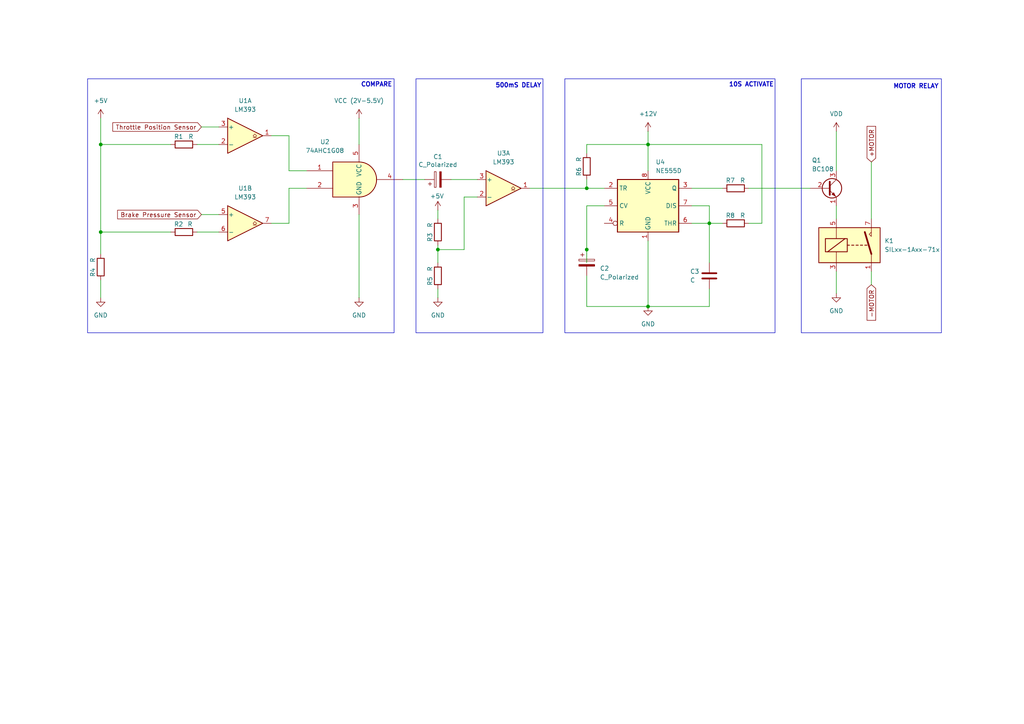
<source format=kicad_sch>
(kicad_sch
	(version 20231120)
	(generator "eeschema")
	(generator_version "8.0")
	(uuid "995a110a-7e7b-4442-af13-c9077b42a37c")
	(paper "A4")
	(lib_symbols
		(symbol "74xGxx:74AHC1G08"
			(exclude_from_sim no)
			(in_bom yes)
			(on_board yes)
			(property "Reference" "U"
				(at -2.54 3.81 0)
				(effects
					(font
						(size 1.27 1.27)
					)
				)
			)
			(property "Value" "74AHC1G08"
				(at 0 -3.81 0)
				(effects
					(font
						(size 1.27 1.27)
					)
				)
			)
			(property "Footprint" ""
				(at 0 0 0)
				(effects
					(font
						(size 1.27 1.27)
					)
					(hide yes)
				)
			)
			(property "Datasheet" "http://www.ti.com/lit/sg/scyt129e/scyt129e.pdf"
				(at 0 0 0)
				(effects
					(font
						(size 1.27 1.27)
					)
					(hide yes)
				)
			)
			(property "Description" "Single AND Gate, Low-Voltage CMOS"
				(at 0 0 0)
				(effects
					(font
						(size 1.27 1.27)
					)
					(hide yes)
				)
			)
			(property "ki_keywords" "Single Gate AND LVC CMOS"
				(at 0 0 0)
				(effects
					(font
						(size 1.27 1.27)
					)
					(hide yes)
				)
			)
			(property "ki_fp_filters" "SOT* SG-*"
				(at 0 0 0)
				(effects
					(font
						(size 1.27 1.27)
					)
					(hide yes)
				)
			)
			(symbol "74AHC1G08_0_1"
				(arc
					(start 0 -5.08)
					(mid 5.0579 0)
					(end 0 5.08)
					(stroke
						(width 0.254)
						(type default)
					)
					(fill
						(type background)
					)
				)
				(polyline
					(pts
						(xy 0 -5.08) (xy -7.62 -5.08) (xy -7.62 5.08) (xy 0 5.08)
					)
					(stroke
						(width 0.254)
						(type default)
					)
					(fill
						(type background)
					)
				)
			)
			(symbol "74AHC1G08_1_1"
				(pin input line
					(at -15.24 2.54 0)
					(length 7.62)
					(name "~"
						(effects
							(font
								(size 1.27 1.27)
							)
						)
					)
					(number "1"
						(effects
							(font
								(size 1.27 1.27)
							)
						)
					)
				)
				(pin input line
					(at -15.24 -2.54 0)
					(length 7.62)
					(name "~"
						(effects
							(font
								(size 1.27 1.27)
							)
						)
					)
					(number "2"
						(effects
							(font
								(size 1.27 1.27)
							)
						)
					)
				)
				(pin power_in line
					(at 0 -10.16 90)
					(length 5.08)
					(name "GND"
						(effects
							(font
								(size 1.27 1.27)
							)
						)
					)
					(number "3"
						(effects
							(font
								(size 1.27 1.27)
							)
						)
					)
				)
				(pin output line
					(at 12.7 0 180)
					(length 7.62)
					(name "~"
						(effects
							(font
								(size 1.27 1.27)
							)
						)
					)
					(number "4"
						(effects
							(font
								(size 1.27 1.27)
							)
						)
					)
				)
				(pin power_in line
					(at 0 10.16 270)
					(length 5.08)
					(name "VCC"
						(effects
							(font
								(size 1.27 1.27)
							)
						)
					)
					(number "5"
						(effects
							(font
								(size 1.27 1.27)
							)
						)
					)
				)
			)
		)
		(symbol "Comparator:LM393"
			(pin_names
				(offset 0.127)
			)
			(exclude_from_sim no)
			(in_bom yes)
			(on_board yes)
			(property "Reference" "U"
				(at 3.81 3.81 0)
				(effects
					(font
						(size 1.27 1.27)
					)
				)
			)
			(property "Value" "LM393"
				(at 6.35 -3.81 0)
				(effects
					(font
						(size 1.27 1.27)
					)
				)
			)
			(property "Footprint" ""
				(at 0 0 0)
				(effects
					(font
						(size 1.27 1.27)
					)
					(hide yes)
				)
			)
			(property "Datasheet" "http://www.ti.com/lit/ds/symlink/lm393.pdf"
				(at 0 0 0)
				(effects
					(font
						(size 1.27 1.27)
					)
					(hide yes)
				)
			)
			(property "Description" "Low-Power, Low-Offset Voltage, Dual Comparators, DIP-8/SOIC-8/TO-99-8"
				(at 0 0 0)
				(effects
					(font
						(size 1.27 1.27)
					)
					(hide yes)
				)
			)
			(property "ki_locked" ""
				(at 0 0 0)
				(effects
					(font
						(size 1.27 1.27)
					)
				)
			)
			(property "ki_keywords" "cmp open collector"
				(at 0 0 0)
				(effects
					(font
						(size 1.27 1.27)
					)
					(hide yes)
				)
			)
			(property "ki_fp_filters" "SOIC*3.9x4.9mm*P1.27mm* DIP*W7.62mm* SOP*5.28x5.23mm*P1.27mm* VSSOP*3x3mm*P0.65mm* TSSOP*4.4x3mm*P0.65mm*"
				(at 0 0 0)
				(effects
					(font
						(size 1.27 1.27)
					)
					(hide yes)
				)
			)
			(symbol "LM393_1_1"
				(polyline
					(pts
						(xy -5.08 5.08) (xy 5.08 0) (xy -5.08 -5.08) (xy -5.08 5.08)
					)
					(stroke
						(width 0.254)
						(type default)
					)
					(fill
						(type background)
					)
				)
				(polyline
					(pts
						(xy 3.302 -0.508) (xy 2.794 -0.508) (xy 3.302 0) (xy 2.794 0.508) (xy 2.286 0) (xy 2.794 -0.508)
						(xy 2.286 -0.508)
					)
					(stroke
						(width 0.127)
						(type default)
					)
					(fill
						(type none)
					)
				)
				(pin open_collector line
					(at 7.62 0 180)
					(length 2.54)
					(name "~"
						(effects
							(font
								(size 1.27 1.27)
							)
						)
					)
					(number "1"
						(effects
							(font
								(size 1.27 1.27)
							)
						)
					)
				)
				(pin input line
					(at -7.62 -2.54 0)
					(length 2.54)
					(name "-"
						(effects
							(font
								(size 1.27 1.27)
							)
						)
					)
					(number "2"
						(effects
							(font
								(size 1.27 1.27)
							)
						)
					)
				)
				(pin input line
					(at -7.62 2.54 0)
					(length 2.54)
					(name "+"
						(effects
							(font
								(size 1.27 1.27)
							)
						)
					)
					(number "3"
						(effects
							(font
								(size 1.27 1.27)
							)
						)
					)
				)
			)
			(symbol "LM393_2_1"
				(polyline
					(pts
						(xy -5.08 5.08) (xy 5.08 0) (xy -5.08 -5.08) (xy -5.08 5.08)
					)
					(stroke
						(width 0.254)
						(type default)
					)
					(fill
						(type background)
					)
				)
				(polyline
					(pts
						(xy 3.302 -0.508) (xy 2.794 -0.508) (xy 3.302 0) (xy 2.794 0.508) (xy 2.286 0) (xy 2.794 -0.508)
						(xy 2.286 -0.508)
					)
					(stroke
						(width 0.127)
						(type default)
					)
					(fill
						(type none)
					)
				)
				(pin input line
					(at -7.62 2.54 0)
					(length 2.54)
					(name "+"
						(effects
							(font
								(size 1.27 1.27)
							)
						)
					)
					(number "5"
						(effects
							(font
								(size 1.27 1.27)
							)
						)
					)
				)
				(pin input line
					(at -7.62 -2.54 0)
					(length 2.54)
					(name "-"
						(effects
							(font
								(size 1.27 1.27)
							)
						)
					)
					(number "6"
						(effects
							(font
								(size 1.27 1.27)
							)
						)
					)
				)
				(pin open_collector line
					(at 7.62 0 180)
					(length 2.54)
					(name "~"
						(effects
							(font
								(size 1.27 1.27)
							)
						)
					)
					(number "7"
						(effects
							(font
								(size 1.27 1.27)
							)
						)
					)
				)
			)
			(symbol "LM393_3_1"
				(pin power_in line
					(at -2.54 -7.62 90)
					(length 3.81)
					(name "V-"
						(effects
							(font
								(size 1.27 1.27)
							)
						)
					)
					(number "4"
						(effects
							(font
								(size 1.27 1.27)
							)
						)
					)
				)
				(pin power_in line
					(at -2.54 7.62 270)
					(length 3.81)
					(name "V+"
						(effects
							(font
								(size 1.27 1.27)
							)
						)
					)
					(number "8"
						(effects
							(font
								(size 1.27 1.27)
							)
						)
					)
				)
			)
		)
		(symbol "Device:C"
			(pin_numbers hide)
			(pin_names
				(offset 0.254)
			)
			(exclude_from_sim no)
			(in_bom yes)
			(on_board yes)
			(property "Reference" "C"
				(at 0.635 2.54 0)
				(effects
					(font
						(size 1.27 1.27)
					)
					(justify left)
				)
			)
			(property "Value" "C"
				(at 0.635 -2.54 0)
				(effects
					(font
						(size 1.27 1.27)
					)
					(justify left)
				)
			)
			(property "Footprint" ""
				(at 0.9652 -3.81 0)
				(effects
					(font
						(size 1.27 1.27)
					)
					(hide yes)
				)
			)
			(property "Datasheet" "~"
				(at 0 0 0)
				(effects
					(font
						(size 1.27 1.27)
					)
					(hide yes)
				)
			)
			(property "Description" "Unpolarized capacitor"
				(at 0 0 0)
				(effects
					(font
						(size 1.27 1.27)
					)
					(hide yes)
				)
			)
			(property "ki_keywords" "cap capacitor"
				(at 0 0 0)
				(effects
					(font
						(size 1.27 1.27)
					)
					(hide yes)
				)
			)
			(property "ki_fp_filters" "C_*"
				(at 0 0 0)
				(effects
					(font
						(size 1.27 1.27)
					)
					(hide yes)
				)
			)
			(symbol "C_0_1"
				(polyline
					(pts
						(xy -2.032 -0.762) (xy 2.032 -0.762)
					)
					(stroke
						(width 0.508)
						(type default)
					)
					(fill
						(type none)
					)
				)
				(polyline
					(pts
						(xy -2.032 0.762) (xy 2.032 0.762)
					)
					(stroke
						(width 0.508)
						(type default)
					)
					(fill
						(type none)
					)
				)
			)
			(symbol "C_1_1"
				(pin passive line
					(at 0 3.81 270)
					(length 2.794)
					(name "~"
						(effects
							(font
								(size 1.27 1.27)
							)
						)
					)
					(number "1"
						(effects
							(font
								(size 1.27 1.27)
							)
						)
					)
				)
				(pin passive line
					(at 0 -3.81 90)
					(length 2.794)
					(name "~"
						(effects
							(font
								(size 1.27 1.27)
							)
						)
					)
					(number "2"
						(effects
							(font
								(size 1.27 1.27)
							)
						)
					)
				)
			)
		)
		(symbol "Device:C_Polarized"
			(pin_numbers hide)
			(pin_names
				(offset 0.254)
			)
			(exclude_from_sim no)
			(in_bom yes)
			(on_board yes)
			(property "Reference" "C"
				(at 0.635 2.54 0)
				(effects
					(font
						(size 1.27 1.27)
					)
					(justify left)
				)
			)
			(property "Value" "C_Polarized"
				(at 0.635 -2.54 0)
				(effects
					(font
						(size 1.27 1.27)
					)
					(justify left)
				)
			)
			(property "Footprint" ""
				(at 0.9652 -3.81 0)
				(effects
					(font
						(size 1.27 1.27)
					)
					(hide yes)
				)
			)
			(property "Datasheet" "~"
				(at 0 0 0)
				(effects
					(font
						(size 1.27 1.27)
					)
					(hide yes)
				)
			)
			(property "Description" "Polarized capacitor"
				(at 0 0 0)
				(effects
					(font
						(size 1.27 1.27)
					)
					(hide yes)
				)
			)
			(property "ki_keywords" "cap capacitor"
				(at 0 0 0)
				(effects
					(font
						(size 1.27 1.27)
					)
					(hide yes)
				)
			)
			(property "ki_fp_filters" "CP_*"
				(at 0 0 0)
				(effects
					(font
						(size 1.27 1.27)
					)
					(hide yes)
				)
			)
			(symbol "C_Polarized_0_1"
				(rectangle
					(start -2.286 0.508)
					(end 2.286 1.016)
					(stroke
						(width 0)
						(type default)
					)
					(fill
						(type none)
					)
				)
				(polyline
					(pts
						(xy -1.778 2.286) (xy -0.762 2.286)
					)
					(stroke
						(width 0)
						(type default)
					)
					(fill
						(type none)
					)
				)
				(polyline
					(pts
						(xy -1.27 2.794) (xy -1.27 1.778)
					)
					(stroke
						(width 0)
						(type default)
					)
					(fill
						(type none)
					)
				)
				(rectangle
					(start 2.286 -0.508)
					(end -2.286 -1.016)
					(stroke
						(width 0)
						(type default)
					)
					(fill
						(type outline)
					)
				)
			)
			(symbol "C_Polarized_1_1"
				(pin passive line
					(at 0 3.81 270)
					(length 2.794)
					(name "~"
						(effects
							(font
								(size 1.27 1.27)
							)
						)
					)
					(number "1"
						(effects
							(font
								(size 1.27 1.27)
							)
						)
					)
				)
				(pin passive line
					(at 0 -3.81 90)
					(length 2.794)
					(name "~"
						(effects
							(font
								(size 1.27 1.27)
							)
						)
					)
					(number "2"
						(effects
							(font
								(size 1.27 1.27)
							)
						)
					)
				)
			)
		)
		(symbol "Device:R"
			(pin_numbers hide)
			(pin_names
				(offset 0)
			)
			(exclude_from_sim no)
			(in_bom yes)
			(on_board yes)
			(property "Reference" "R"
				(at 2.032 0 90)
				(effects
					(font
						(size 1.27 1.27)
					)
				)
			)
			(property "Value" "R"
				(at 0 0 90)
				(effects
					(font
						(size 1.27 1.27)
					)
				)
			)
			(property "Footprint" ""
				(at -1.778 0 90)
				(effects
					(font
						(size 1.27 1.27)
					)
					(hide yes)
				)
			)
			(property "Datasheet" "~"
				(at 0 0 0)
				(effects
					(font
						(size 1.27 1.27)
					)
					(hide yes)
				)
			)
			(property "Description" "Resistor"
				(at 0 0 0)
				(effects
					(font
						(size 1.27 1.27)
					)
					(hide yes)
				)
			)
			(property "ki_keywords" "R res resistor"
				(at 0 0 0)
				(effects
					(font
						(size 1.27 1.27)
					)
					(hide yes)
				)
			)
			(property "ki_fp_filters" "R_*"
				(at 0 0 0)
				(effects
					(font
						(size 1.27 1.27)
					)
					(hide yes)
				)
			)
			(symbol "R_0_1"
				(rectangle
					(start -1.016 -2.54)
					(end 1.016 2.54)
					(stroke
						(width 0.254)
						(type default)
					)
					(fill
						(type none)
					)
				)
			)
			(symbol "R_1_1"
				(pin passive line
					(at 0 3.81 270)
					(length 1.27)
					(name "~"
						(effects
							(font
								(size 1.27 1.27)
							)
						)
					)
					(number "1"
						(effects
							(font
								(size 1.27 1.27)
							)
						)
					)
				)
				(pin passive line
					(at 0 -3.81 90)
					(length 1.27)
					(name "~"
						(effects
							(font
								(size 1.27 1.27)
							)
						)
					)
					(number "2"
						(effects
							(font
								(size 1.27 1.27)
							)
						)
					)
				)
			)
		)
		(symbol "Relay:SILxx-1Axx-71x"
			(exclude_from_sim no)
			(in_bom yes)
			(on_board yes)
			(property "Reference" "K"
				(at 8.89 3.81 0)
				(effects
					(font
						(size 1.27 1.27)
					)
					(justify left)
				)
			)
			(property "Value" "SILxx-1Axx-71x"
				(at 8.89 1.27 0)
				(effects
					(font
						(size 1.27 1.27)
					)
					(justify left)
				)
			)
			(property "Footprint" "Relay_THT:Relay_SPST_StandexMeder_SIL_Form1A"
				(at 8.89 -1.27 0)
				(effects
					(font
						(size 1.27 1.27)
					)
					(justify left)
					(hide yes)
				)
			)
			(property "Datasheet" "https://standexelectronics.com/wp-content/uploads/datasheet_reed_relay_SIL.pdf"
				(at 0 0 0)
				(effects
					(font
						(size 1.27 1.27)
					)
					(hide yes)
				)
			)
			(property "Description" "Standex Meder SIL reed relay, SPST, Closing Contact"
				(at 0 0 0)
				(effects
					(font
						(size 1.27 1.27)
					)
					(hide yes)
				)
			)
			(property "ki_keywords" "Single Pole Reed Relay SPST"
				(at 0 0 0)
				(effects
					(font
						(size 1.27 1.27)
					)
					(hide yes)
				)
			)
			(property "ki_fp_filters" "Relay*SPST*StandexMeder*SIL*Form1A*"
				(at 0 0 0)
				(effects
					(font
						(size 1.27 1.27)
					)
					(hide yes)
				)
			)
			(symbol "SILxx-1Axx-71x_0_0"
				(polyline
					(pts
						(xy 5.08 5.08) (xy 5.08 2.54) (xy 4.445 3.175) (xy 5.08 3.81)
					)
					(stroke
						(width 0)
						(type default)
					)
					(fill
						(type none)
					)
				)
			)
			(symbol "SILxx-1Axx-71x_0_1"
				(rectangle
					(start -10.16 5.08)
					(end 7.62 -5.08)
					(stroke
						(width 0.254)
						(type default)
					)
					(fill
						(type background)
					)
				)
				(rectangle
					(start -8.255 1.905)
					(end -1.905 -1.905)
					(stroke
						(width 0.254)
						(type default)
					)
					(fill
						(type none)
					)
				)
				(polyline
					(pts
						(xy -7.62 -1.905) (xy -2.54 1.905)
					)
					(stroke
						(width 0.254)
						(type default)
					)
					(fill
						(type none)
					)
				)
				(polyline
					(pts
						(xy -5.08 -5.08) (xy -5.08 -1.905)
					)
					(stroke
						(width 0)
						(type default)
					)
					(fill
						(type none)
					)
				)
				(polyline
					(pts
						(xy -5.08 5.08) (xy -5.08 1.905)
					)
					(stroke
						(width 0)
						(type default)
					)
					(fill
						(type none)
					)
				)
				(polyline
					(pts
						(xy -1.905 0) (xy -1.27 0)
					)
					(stroke
						(width 0.254)
						(type default)
					)
					(fill
						(type none)
					)
				)
				(polyline
					(pts
						(xy -0.635 0) (xy 0 0)
					)
					(stroke
						(width 0.254)
						(type default)
					)
					(fill
						(type none)
					)
				)
				(polyline
					(pts
						(xy 0.635 0) (xy 1.27 0)
					)
					(stroke
						(width 0.254)
						(type default)
					)
					(fill
						(type none)
					)
				)
				(polyline
					(pts
						(xy 1.905 0) (xy 2.54 0)
					)
					(stroke
						(width 0.254)
						(type default)
					)
					(fill
						(type none)
					)
				)
				(polyline
					(pts
						(xy 3.175 0) (xy 3.81 0)
					)
					(stroke
						(width 0.254)
						(type default)
					)
					(fill
						(type none)
					)
				)
				(polyline
					(pts
						(xy 5.08 -2.54) (xy 3.175 3.81)
					)
					(stroke
						(width 0.508)
						(type default)
					)
					(fill
						(type none)
					)
				)
				(polyline
					(pts
						(xy 5.08 -2.54) (xy 5.08 -5.08)
					)
					(stroke
						(width 0)
						(type default)
					)
					(fill
						(type none)
					)
				)
			)
			(symbol "SILxx-1Axx-71x_1_1"
				(pin passive line
					(at 5.08 -7.62 90)
					(length 2.54)
					(name "~"
						(effects
							(font
								(size 1.27 1.27)
							)
						)
					)
					(number "1"
						(effects
							(font
								(size 1.27 1.27)
							)
						)
					)
				)
				(pin passive line
					(at -5.08 -7.62 90)
					(length 2.54)
					(name "~"
						(effects
							(font
								(size 1.27 1.27)
							)
						)
					)
					(number "3"
						(effects
							(font
								(size 1.27 1.27)
							)
						)
					)
				)
				(pin passive line
					(at -5.08 7.62 270)
					(length 2.54)
					(name "~"
						(effects
							(font
								(size 1.27 1.27)
							)
						)
					)
					(number "5"
						(effects
							(font
								(size 1.27 1.27)
							)
						)
					)
				)
				(pin passive line
					(at 5.08 7.62 270)
					(length 2.54)
					(name "~"
						(effects
							(font
								(size 1.27 1.27)
							)
						)
					)
					(number "7"
						(effects
							(font
								(size 1.27 1.27)
							)
						)
					)
				)
			)
		)
		(symbol "Timer:NE555D"
			(exclude_from_sim no)
			(in_bom yes)
			(on_board yes)
			(property "Reference" "U"
				(at -10.16 8.89 0)
				(effects
					(font
						(size 1.27 1.27)
					)
					(justify left)
				)
			)
			(property "Value" "NE555D"
				(at 2.54 8.89 0)
				(effects
					(font
						(size 1.27 1.27)
					)
					(justify left)
				)
			)
			(property "Footprint" "Package_SO:SOIC-8_3.9x4.9mm_P1.27mm"
				(at 21.59 -10.16 0)
				(effects
					(font
						(size 1.27 1.27)
					)
					(hide yes)
				)
			)
			(property "Datasheet" "http://www.ti.com/lit/ds/symlink/ne555.pdf"
				(at 21.59 -10.16 0)
				(effects
					(font
						(size 1.27 1.27)
					)
					(hide yes)
				)
			)
			(property "Description" "Precision Timers, 555 compatible, SOIC-8"
				(at 0 0 0)
				(effects
					(font
						(size 1.27 1.27)
					)
					(hide yes)
				)
			)
			(property "ki_keywords" "single timer 555"
				(at 0 0 0)
				(effects
					(font
						(size 1.27 1.27)
					)
					(hide yes)
				)
			)
			(property "ki_fp_filters" "SOIC*3.9x4.9mm*P1.27mm*"
				(at 0 0 0)
				(effects
					(font
						(size 1.27 1.27)
					)
					(hide yes)
				)
			)
			(symbol "NE555D_0_0"
				(pin power_in line
					(at 0 -10.16 90)
					(length 2.54)
					(name "GND"
						(effects
							(font
								(size 1.27 1.27)
							)
						)
					)
					(number "1"
						(effects
							(font
								(size 1.27 1.27)
							)
						)
					)
				)
				(pin power_in line
					(at 0 10.16 270)
					(length 2.54)
					(name "VCC"
						(effects
							(font
								(size 1.27 1.27)
							)
						)
					)
					(number "8"
						(effects
							(font
								(size 1.27 1.27)
							)
						)
					)
				)
			)
			(symbol "NE555D_0_1"
				(rectangle
					(start -8.89 -7.62)
					(end 8.89 7.62)
					(stroke
						(width 0.254)
						(type default)
					)
					(fill
						(type background)
					)
				)
				(rectangle
					(start -8.89 -7.62)
					(end 8.89 7.62)
					(stroke
						(width 0.254)
						(type default)
					)
					(fill
						(type background)
					)
				)
			)
			(symbol "NE555D_1_1"
				(pin input line
					(at -12.7 5.08 0)
					(length 3.81)
					(name "TR"
						(effects
							(font
								(size 1.27 1.27)
							)
						)
					)
					(number "2"
						(effects
							(font
								(size 1.27 1.27)
							)
						)
					)
				)
				(pin output line
					(at 12.7 5.08 180)
					(length 3.81)
					(name "Q"
						(effects
							(font
								(size 1.27 1.27)
							)
						)
					)
					(number "3"
						(effects
							(font
								(size 1.27 1.27)
							)
						)
					)
				)
				(pin input inverted
					(at -12.7 -5.08 0)
					(length 3.81)
					(name "R"
						(effects
							(font
								(size 1.27 1.27)
							)
						)
					)
					(number "4"
						(effects
							(font
								(size 1.27 1.27)
							)
						)
					)
				)
				(pin input line
					(at -12.7 0 0)
					(length 3.81)
					(name "CV"
						(effects
							(font
								(size 1.27 1.27)
							)
						)
					)
					(number "5"
						(effects
							(font
								(size 1.27 1.27)
							)
						)
					)
				)
				(pin input line
					(at 12.7 -5.08 180)
					(length 3.81)
					(name "THR"
						(effects
							(font
								(size 1.27 1.27)
							)
						)
					)
					(number "6"
						(effects
							(font
								(size 1.27 1.27)
							)
						)
					)
				)
				(pin input line
					(at 12.7 0 180)
					(length 3.81)
					(name "DIS"
						(effects
							(font
								(size 1.27 1.27)
							)
						)
					)
					(number "7"
						(effects
							(font
								(size 1.27 1.27)
							)
						)
					)
				)
			)
		)
		(symbol "Transistor_BJT:BC108"
			(pin_names
				(offset 0) hide)
			(exclude_from_sim no)
			(in_bom yes)
			(on_board yes)
			(property "Reference" "Q"
				(at 5.08 1.905 0)
				(effects
					(font
						(size 1.27 1.27)
					)
					(justify left)
				)
			)
			(property "Value" "BC108"
				(at 5.08 0 0)
				(effects
					(font
						(size 1.27 1.27)
					)
					(justify left)
				)
			)
			(property "Footprint" "Package_TO_SOT_THT:TO-18-3"
				(at 5.08 -1.905 0)
				(effects
					(font
						(size 1.27 1.27)
						(italic yes)
					)
					(justify left)
					(hide yes)
				)
			)
			(property "Datasheet" "http://www.b-kainka.de/Daten/Transistor/BC108.pdf"
				(at 0 0 0)
				(effects
					(font
						(size 1.27 1.27)
					)
					(justify left)
					(hide yes)
				)
			)
			(property "Description" "0.1A Ic, 30V Vce, Low Noise General Purpose NPN Transistor, TO-18"
				(at 0 0 0)
				(effects
					(font
						(size 1.27 1.27)
					)
					(hide yes)
				)
			)
			(property "ki_keywords" "NPN low noise transistor"
				(at 0 0 0)
				(effects
					(font
						(size 1.27 1.27)
					)
					(hide yes)
				)
			)
			(property "ki_fp_filters" "TO?18*"
				(at 0 0 0)
				(effects
					(font
						(size 1.27 1.27)
					)
					(hide yes)
				)
			)
			(symbol "BC108_0_1"
				(polyline
					(pts
						(xy 0.635 0.635) (xy 2.54 2.54)
					)
					(stroke
						(width 0)
						(type default)
					)
					(fill
						(type none)
					)
				)
				(polyline
					(pts
						(xy 0.635 -0.635) (xy 2.54 -2.54) (xy 2.54 -2.54)
					)
					(stroke
						(width 0)
						(type default)
					)
					(fill
						(type none)
					)
				)
				(polyline
					(pts
						(xy 0.635 1.905) (xy 0.635 -1.905) (xy 0.635 -1.905)
					)
					(stroke
						(width 0.508)
						(type default)
					)
					(fill
						(type none)
					)
				)
				(polyline
					(pts
						(xy 1.27 -1.778) (xy 1.778 -1.27) (xy 2.286 -2.286) (xy 1.27 -1.778) (xy 1.27 -1.778)
					)
					(stroke
						(width 0)
						(type default)
					)
					(fill
						(type outline)
					)
				)
				(circle
					(center 1.27 0)
					(radius 2.8194)
					(stroke
						(width 0.254)
						(type default)
					)
					(fill
						(type none)
					)
				)
			)
			(symbol "BC108_1_1"
				(pin passive line
					(at 2.54 -5.08 90)
					(length 2.54)
					(name "E"
						(effects
							(font
								(size 1.27 1.27)
							)
						)
					)
					(number "1"
						(effects
							(font
								(size 1.27 1.27)
							)
						)
					)
				)
				(pin input line
					(at -5.08 0 0)
					(length 5.715)
					(name "B"
						(effects
							(font
								(size 1.27 1.27)
							)
						)
					)
					(number "2"
						(effects
							(font
								(size 1.27 1.27)
							)
						)
					)
				)
				(pin passive line
					(at 2.54 5.08 270)
					(length 2.54)
					(name "C"
						(effects
							(font
								(size 1.27 1.27)
							)
						)
					)
					(number "3"
						(effects
							(font
								(size 1.27 1.27)
							)
						)
					)
				)
			)
		)
		(symbol "power:+12V"
			(power)
			(pin_numbers hide)
			(pin_names
				(offset 0) hide)
			(exclude_from_sim no)
			(in_bom yes)
			(on_board yes)
			(property "Reference" "#PWR"
				(at 0 -3.81 0)
				(effects
					(font
						(size 1.27 1.27)
					)
					(hide yes)
				)
			)
			(property "Value" "+12V"
				(at 0 3.556 0)
				(effects
					(font
						(size 1.27 1.27)
					)
				)
			)
			(property "Footprint" ""
				(at 0 0 0)
				(effects
					(font
						(size 1.27 1.27)
					)
					(hide yes)
				)
			)
			(property "Datasheet" ""
				(at 0 0 0)
				(effects
					(font
						(size 1.27 1.27)
					)
					(hide yes)
				)
			)
			(property "Description" "Power symbol creates a global label with name \"+12V\""
				(at 0 0 0)
				(effects
					(font
						(size 1.27 1.27)
					)
					(hide yes)
				)
			)
			(property "ki_keywords" "global power"
				(at 0 0 0)
				(effects
					(font
						(size 1.27 1.27)
					)
					(hide yes)
				)
			)
			(symbol "+12V_0_1"
				(polyline
					(pts
						(xy -0.762 1.27) (xy 0 2.54)
					)
					(stroke
						(width 0)
						(type default)
					)
					(fill
						(type none)
					)
				)
				(polyline
					(pts
						(xy 0 0) (xy 0 2.54)
					)
					(stroke
						(width 0)
						(type default)
					)
					(fill
						(type none)
					)
				)
				(polyline
					(pts
						(xy 0 2.54) (xy 0.762 1.27)
					)
					(stroke
						(width 0)
						(type default)
					)
					(fill
						(type none)
					)
				)
			)
			(symbol "+12V_1_1"
				(pin power_in line
					(at 0 0 90)
					(length 0)
					(name "~"
						(effects
							(font
								(size 1.27 1.27)
							)
						)
					)
					(number "1"
						(effects
							(font
								(size 1.27 1.27)
							)
						)
					)
				)
			)
		)
		(symbol "power:+5V"
			(power)
			(pin_numbers hide)
			(pin_names
				(offset 0) hide)
			(exclude_from_sim no)
			(in_bom yes)
			(on_board yes)
			(property "Reference" "#PWR"
				(at 0 -3.81 0)
				(effects
					(font
						(size 1.27 1.27)
					)
					(hide yes)
				)
			)
			(property "Value" "+5V"
				(at 0 3.556 0)
				(effects
					(font
						(size 1.27 1.27)
					)
				)
			)
			(property "Footprint" ""
				(at 0 0 0)
				(effects
					(font
						(size 1.27 1.27)
					)
					(hide yes)
				)
			)
			(property "Datasheet" ""
				(at 0 0 0)
				(effects
					(font
						(size 1.27 1.27)
					)
					(hide yes)
				)
			)
			(property "Description" "Power symbol creates a global label with name \"+5V\""
				(at 0 0 0)
				(effects
					(font
						(size 1.27 1.27)
					)
					(hide yes)
				)
			)
			(property "ki_keywords" "global power"
				(at 0 0 0)
				(effects
					(font
						(size 1.27 1.27)
					)
					(hide yes)
				)
			)
			(symbol "+5V_0_1"
				(polyline
					(pts
						(xy -0.762 1.27) (xy 0 2.54)
					)
					(stroke
						(width 0)
						(type default)
					)
					(fill
						(type none)
					)
				)
				(polyline
					(pts
						(xy 0 0) (xy 0 2.54)
					)
					(stroke
						(width 0)
						(type default)
					)
					(fill
						(type none)
					)
				)
				(polyline
					(pts
						(xy 0 2.54) (xy 0.762 1.27)
					)
					(stroke
						(width 0)
						(type default)
					)
					(fill
						(type none)
					)
				)
			)
			(symbol "+5V_1_1"
				(pin power_in line
					(at 0 0 90)
					(length 0)
					(name "~"
						(effects
							(font
								(size 1.27 1.27)
							)
						)
					)
					(number "1"
						(effects
							(font
								(size 1.27 1.27)
							)
						)
					)
				)
			)
		)
		(symbol "power:GND"
			(power)
			(pin_numbers hide)
			(pin_names
				(offset 0) hide)
			(exclude_from_sim no)
			(in_bom yes)
			(on_board yes)
			(property "Reference" "#PWR"
				(at 0 -6.35 0)
				(effects
					(font
						(size 1.27 1.27)
					)
					(hide yes)
				)
			)
			(property "Value" "GND"
				(at 0 -3.81 0)
				(effects
					(font
						(size 1.27 1.27)
					)
				)
			)
			(property "Footprint" ""
				(at 0 0 0)
				(effects
					(font
						(size 1.27 1.27)
					)
					(hide yes)
				)
			)
			(property "Datasheet" ""
				(at 0 0 0)
				(effects
					(font
						(size 1.27 1.27)
					)
					(hide yes)
				)
			)
			(property "Description" "Power symbol creates a global label with name \"GND\" , ground"
				(at 0 0 0)
				(effects
					(font
						(size 1.27 1.27)
					)
					(hide yes)
				)
			)
			(property "ki_keywords" "global power"
				(at 0 0 0)
				(effects
					(font
						(size 1.27 1.27)
					)
					(hide yes)
				)
			)
			(symbol "GND_0_1"
				(polyline
					(pts
						(xy 0 0) (xy 0 -1.27) (xy 1.27 -1.27) (xy 0 -2.54) (xy -1.27 -1.27) (xy 0 -1.27)
					)
					(stroke
						(width 0)
						(type default)
					)
					(fill
						(type none)
					)
				)
			)
			(symbol "GND_1_1"
				(pin power_in line
					(at 0 0 270)
					(length 0)
					(name "~"
						(effects
							(font
								(size 1.27 1.27)
							)
						)
					)
					(number "1"
						(effects
							(font
								(size 1.27 1.27)
							)
						)
					)
				)
			)
		)
		(symbol "power:VCC"
			(power)
			(pin_numbers hide)
			(pin_names
				(offset 0) hide)
			(exclude_from_sim no)
			(in_bom yes)
			(on_board yes)
			(property "Reference" "#PWR"
				(at 0 -3.81 0)
				(effects
					(font
						(size 1.27 1.27)
					)
					(hide yes)
				)
			)
			(property "Value" "VCC"
				(at 0 3.556 0)
				(effects
					(font
						(size 1.27 1.27)
					)
				)
			)
			(property "Footprint" ""
				(at 0 0 0)
				(effects
					(font
						(size 1.27 1.27)
					)
					(hide yes)
				)
			)
			(property "Datasheet" ""
				(at 0 0 0)
				(effects
					(font
						(size 1.27 1.27)
					)
					(hide yes)
				)
			)
			(property "Description" "Power symbol creates a global label with name \"VCC\""
				(at 0 0 0)
				(effects
					(font
						(size 1.27 1.27)
					)
					(hide yes)
				)
			)
			(property "ki_keywords" "global power"
				(at 0 0 0)
				(effects
					(font
						(size 1.27 1.27)
					)
					(hide yes)
				)
			)
			(symbol "VCC_0_1"
				(polyline
					(pts
						(xy -0.762 1.27) (xy 0 2.54)
					)
					(stroke
						(width 0)
						(type default)
					)
					(fill
						(type none)
					)
				)
				(polyline
					(pts
						(xy 0 0) (xy 0 2.54)
					)
					(stroke
						(width 0)
						(type default)
					)
					(fill
						(type none)
					)
				)
				(polyline
					(pts
						(xy 0 2.54) (xy 0.762 1.27)
					)
					(stroke
						(width 0)
						(type default)
					)
					(fill
						(type none)
					)
				)
			)
			(symbol "VCC_1_1"
				(pin power_in line
					(at 0 0 90)
					(length 0)
					(name "~"
						(effects
							(font
								(size 1.27 1.27)
							)
						)
					)
					(number "1"
						(effects
							(font
								(size 1.27 1.27)
							)
						)
					)
				)
			)
		)
	)
	(junction
		(at 170.18 72.39)
		(diameter 0)
		(color 0 0 0 0)
		(uuid "4325f77d-88f5-47db-8819-43dd5add5067")
	)
	(junction
		(at 187.96 41.91)
		(diameter 0)
		(color 0 0 0 0)
		(uuid "694a8d97-5a3c-4686-8dec-3373a84a7196")
	)
	(junction
		(at 187.96 88.9)
		(diameter 0)
		(color 0 0 0 0)
		(uuid "8f371307-62ab-46f8-947f-ed38cc012684")
	)
	(junction
		(at 170.18 54.61)
		(diameter 0)
		(color 0 0 0 0)
		(uuid "a522ad57-1027-4e28-90b0-ce8d5be81752")
	)
	(junction
		(at 127 72.39)
		(diameter 0)
		(color 0 0 0 0)
		(uuid "ab9610c7-4dc3-436b-8031-d3227a6a6822")
	)
	(junction
		(at 29.21 67.31)
		(diameter 0)
		(color 0 0 0 0)
		(uuid "b1d8bdbe-41a7-4bae-9679-854142b96d32")
	)
	(junction
		(at 29.21 41.91)
		(diameter 0)
		(color 0 0 0 0)
		(uuid "b2868b1c-a07d-4633-a280-8fc2ed44411a")
	)
	(junction
		(at 205.74 64.77)
		(diameter 0)
		(color 0 0 0 0)
		(uuid "be526292-ccd6-4adc-8520-d9b109d2e470")
	)
	(wire
		(pts
			(xy 127 71.12) (xy 127 72.39)
		)
		(stroke
			(width 0)
			(type default)
		)
		(uuid "00d30d7d-ea11-4522-a6cd-aafc7f035891")
	)
	(wire
		(pts
			(xy 116.84 52.07) (xy 123.19 52.07)
		)
		(stroke
			(width 0)
			(type default)
		)
		(uuid "026d6716-fc9c-4289-843f-b0b69573183a")
	)
	(wire
		(pts
			(xy 130.81 52.07) (xy 138.43 52.07)
		)
		(stroke
			(width 0)
			(type default)
		)
		(uuid "07ca9f5a-699a-459f-945e-4e3b3c5fa456")
	)
	(wire
		(pts
			(xy 187.96 88.9) (xy 205.74 88.9)
		)
		(stroke
			(width 0)
			(type default)
		)
		(uuid "08dd1497-a647-4068-96e6-f4e4f30d5689")
	)
	(wire
		(pts
			(xy 205.74 59.69) (xy 205.74 64.77)
		)
		(stroke
			(width 0)
			(type default)
		)
		(uuid "0be5061e-0ae1-45c5-b72c-7ce9bc0b14de")
	)
	(wire
		(pts
			(xy 170.18 41.91) (xy 187.96 41.91)
		)
		(stroke
			(width 0)
			(type default)
		)
		(uuid "0da0bb18-812c-4b0c-a665-7a79cd9a13b3")
	)
	(wire
		(pts
			(xy 170.18 52.07) (xy 170.18 54.61)
		)
		(stroke
			(width 0)
			(type default)
		)
		(uuid "176bf6f2-2c73-4778-a660-a0e617c415b3")
	)
	(wire
		(pts
			(xy 104.14 34.29) (xy 104.14 41.91)
		)
		(stroke
			(width 0)
			(type default)
		)
		(uuid "19fa1d03-c4b7-4e79-ba87-5dfa199a85ad")
	)
	(wire
		(pts
			(xy 200.66 54.61) (xy 209.55 54.61)
		)
		(stroke
			(width 0)
			(type default)
		)
		(uuid "1dbe82b8-0458-43a4-b7c8-b460d93dccf7")
	)
	(wire
		(pts
			(xy 29.21 41.91) (xy 29.21 67.31)
		)
		(stroke
			(width 0)
			(type default)
		)
		(uuid "20b3b82b-03b2-4f23-a423-c811230c850e")
	)
	(wire
		(pts
			(xy 29.21 81.28) (xy 29.21 86.36)
		)
		(stroke
			(width 0)
			(type default)
		)
		(uuid "22b46587-dde3-4926-a383-37dc1c961e9d")
	)
	(wire
		(pts
			(xy 205.74 64.77) (xy 200.66 64.77)
		)
		(stroke
			(width 0)
			(type default)
		)
		(uuid "23769093-8274-42bc-a9eb-444e1c72743b")
	)
	(wire
		(pts
			(xy 170.18 59.69) (xy 175.26 59.69)
		)
		(stroke
			(width 0)
			(type default)
		)
		(uuid "27bde5d6-fddb-42f9-9bf5-93a6326f6264")
	)
	(wire
		(pts
			(xy 29.21 34.29) (xy 29.21 41.91)
		)
		(stroke
			(width 0)
			(type default)
		)
		(uuid "33746bd4-4f2a-4b17-acdc-aa3aa6cecea3")
	)
	(wire
		(pts
			(xy 205.74 64.77) (xy 205.74 76.2)
		)
		(stroke
			(width 0)
			(type default)
		)
		(uuid "3453d0bb-ffbb-4b9f-99db-c8af2415502c")
	)
	(wire
		(pts
			(xy 170.18 54.61) (xy 175.26 54.61)
		)
		(stroke
			(width 0)
			(type default)
		)
		(uuid "361b0d3b-a9cc-4378-9826-b8a725e1a1b4")
	)
	(wire
		(pts
			(xy 242.57 38.1) (xy 242.57 49.53)
		)
		(stroke
			(width 0)
			(type default)
		)
		(uuid "37a9988d-d582-481d-8ecc-e2bd6de04e0c")
	)
	(wire
		(pts
			(xy 170.18 88.9) (xy 187.96 88.9)
		)
		(stroke
			(width 0)
			(type default)
		)
		(uuid "41e5ee4b-6797-4c38-aed2-f2ec393f92ab")
	)
	(wire
		(pts
			(xy 29.21 73.66) (xy 29.21 67.31)
		)
		(stroke
			(width 0)
			(type default)
		)
		(uuid "43a9e2a8-ce52-43c3-9371-e2c8c7a88180")
	)
	(wire
		(pts
			(xy 29.21 67.31) (xy 49.53 67.31)
		)
		(stroke
			(width 0)
			(type default)
		)
		(uuid "4b0cc0b6-5922-47d2-815b-c911fca96449")
	)
	(wire
		(pts
			(xy 127 83.82) (xy 127 86.36)
		)
		(stroke
			(width 0)
			(type default)
		)
		(uuid "52bc7efc-568a-4895-84fb-53bb038125e9")
	)
	(wire
		(pts
			(xy 170.18 59.69) (xy 170.18 72.39)
		)
		(stroke
			(width 0)
			(type default)
		)
		(uuid "55addacd-601e-4eac-8b48-801a7451ef29")
	)
	(wire
		(pts
			(xy 205.74 59.69) (xy 200.66 59.69)
		)
		(stroke
			(width 0)
			(type default)
		)
		(uuid "5d295c84-758a-4c9f-94b7-da147ce249ce")
	)
	(wire
		(pts
			(xy 83.82 49.53) (xy 88.9 49.53)
		)
		(stroke
			(width 0)
			(type default)
		)
		(uuid "64300ec0-5a5a-419a-b4c7-2b35138737ff")
	)
	(wire
		(pts
			(xy 217.17 54.61) (xy 234.95 54.61)
		)
		(stroke
			(width 0)
			(type default)
		)
		(uuid "698d3d1b-eb1f-451f-b1a9-967dfeaf0d29")
	)
	(wire
		(pts
			(xy 153.67 54.61) (xy 170.18 54.61)
		)
		(stroke
			(width 0)
			(type default)
		)
		(uuid "6e23c3bc-0b1f-4b6e-9294-99201875b7e5")
	)
	(wire
		(pts
			(xy 127 72.39) (xy 134.62 72.39)
		)
		(stroke
			(width 0)
			(type default)
		)
		(uuid "6e8a2d66-0a67-4f4a-933e-3dcdc7dc615b")
	)
	(wire
		(pts
			(xy 127 60.96) (xy 127 63.5)
		)
		(stroke
			(width 0)
			(type default)
		)
		(uuid "704fae7a-d3a9-4483-81dc-a00e63beb187")
	)
	(wire
		(pts
			(xy 205.74 64.77) (xy 209.55 64.77)
		)
		(stroke
			(width 0)
			(type default)
		)
		(uuid "7235eae1-5a33-4c53-a1f1-56e10af0bb85")
	)
	(wire
		(pts
			(xy 205.74 83.82) (xy 205.74 88.9)
		)
		(stroke
			(width 0)
			(type default)
		)
		(uuid "731da134-07e2-4add-9c26-faac5f44745b")
	)
	(wire
		(pts
			(xy 170.18 44.45) (xy 170.18 41.91)
		)
		(stroke
			(width 0)
			(type default)
		)
		(uuid "756c6895-53c4-41e7-9efb-6cbef67cea1f")
	)
	(wire
		(pts
			(xy 252.73 46.99) (xy 252.73 63.5)
		)
		(stroke
			(width 0)
			(type default)
		)
		(uuid "76943ffb-c2bf-4c8a-b96a-685fa9f35d99")
	)
	(wire
		(pts
			(xy 134.62 57.15) (xy 134.62 72.39)
		)
		(stroke
			(width 0)
			(type default)
		)
		(uuid "7dfed29e-b021-4516-8aaf-b7fad5495ac3")
	)
	(wire
		(pts
			(xy 187.96 38.1) (xy 187.96 41.91)
		)
		(stroke
			(width 0)
			(type default)
		)
		(uuid "7e89dbd0-9cee-4ae7-b7f6-f58765c9775c")
	)
	(wire
		(pts
			(xy 104.14 62.23) (xy 104.14 86.36)
		)
		(stroke
			(width 0)
			(type default)
		)
		(uuid "818eac30-4a40-4f0d-a8b6-4576b6b0f922")
	)
	(wire
		(pts
			(xy 242.57 78.74) (xy 242.57 85.09)
		)
		(stroke
			(width 0)
			(type default)
		)
		(uuid "8d939bf3-f82e-4cda-8aef-d6ed91ad6d4b")
	)
	(wire
		(pts
			(xy 187.96 41.91) (xy 187.96 49.53)
		)
		(stroke
			(width 0)
			(type default)
		)
		(uuid "8e2d273b-6b17-4d25-b0e4-24c9d927a180")
	)
	(wire
		(pts
			(xy 170.18 76.2) (xy 170.18 72.39)
		)
		(stroke
			(width 0)
			(type default)
		)
		(uuid "8f0ba5f1-4594-4564-ba8a-f1cff5e2d79e")
	)
	(wire
		(pts
			(xy 78.74 64.77) (xy 83.82 64.77)
		)
		(stroke
			(width 0)
			(type default)
		)
		(uuid "94c47f42-5af0-4790-87d1-d9f563eaf873")
	)
	(wire
		(pts
			(xy 78.74 39.37) (xy 83.82 39.37)
		)
		(stroke
			(width 0)
			(type default)
		)
		(uuid "94f90626-b4ad-4d4e-8b8e-638284981117")
	)
	(wire
		(pts
			(xy 220.98 41.91) (xy 187.96 41.91)
		)
		(stroke
			(width 0)
			(type default)
		)
		(uuid "9521e91a-9c37-4556-a0f5-440e1366cfb6")
	)
	(wire
		(pts
			(xy 57.15 41.91) (xy 63.5 41.91)
		)
		(stroke
			(width 0)
			(type default)
		)
		(uuid "96a0b6e7-09b0-40cc-81e8-52db08628619")
	)
	(wire
		(pts
			(xy 127 72.39) (xy 127 76.2)
		)
		(stroke
			(width 0)
			(type default)
		)
		(uuid "a1328914-7e67-4890-97fb-6574bd5d8750")
	)
	(wire
		(pts
			(xy 220.98 64.77) (xy 220.98 41.91)
		)
		(stroke
			(width 0)
			(type default)
		)
		(uuid "a3ad6d0d-175e-48ae-b572-d1a9ce07db1a")
	)
	(wire
		(pts
			(xy 187.96 69.85) (xy 187.96 88.9)
		)
		(stroke
			(width 0)
			(type default)
		)
		(uuid "a57185af-e595-4d1d-9fae-c9bfe2be9e0b")
	)
	(wire
		(pts
			(xy 58.42 62.23) (xy 63.5 62.23)
		)
		(stroke
			(width 0)
			(type default)
		)
		(uuid "a5dbddb6-7898-46ae-afba-3bdec291c4c5")
	)
	(wire
		(pts
			(xy 57.15 67.31) (xy 63.5 67.31)
		)
		(stroke
			(width 0)
			(type default)
		)
		(uuid "b68a7aa5-3700-4515-838f-08d02aa2b8c1")
	)
	(wire
		(pts
			(xy 138.43 57.15) (xy 134.62 57.15)
		)
		(stroke
			(width 0)
			(type default)
		)
		(uuid "bffee2a7-a1fe-48df-a7b9-3251ff7a609b")
	)
	(wire
		(pts
			(xy 83.82 54.61) (xy 88.9 54.61)
		)
		(stroke
			(width 0)
			(type default)
		)
		(uuid "ca28e6b6-b989-461b-b829-3bb7b8a241d8")
	)
	(wire
		(pts
			(xy 242.57 59.69) (xy 242.57 63.5)
		)
		(stroke
			(width 0)
			(type default)
		)
		(uuid "caa5c263-ec1b-41eb-ad26-8a955c6d0c51")
	)
	(wire
		(pts
			(xy 83.82 39.37) (xy 83.82 49.53)
		)
		(stroke
			(width 0)
			(type default)
		)
		(uuid "d31c8131-5c62-4523-a4c2-339e9095aa50")
	)
	(wire
		(pts
			(xy 220.98 64.77) (xy 217.17 64.77)
		)
		(stroke
			(width 0)
			(type default)
		)
		(uuid "d7f576e9-09ad-429c-ae08-3351177b358c")
	)
	(wire
		(pts
			(xy 29.21 41.91) (xy 49.53 41.91)
		)
		(stroke
			(width 0)
			(type default)
		)
		(uuid "e5333d7a-2c1b-4941-9460-033a3a6e42c4")
	)
	(wire
		(pts
			(xy 58.42 36.83) (xy 63.5 36.83)
		)
		(stroke
			(width 0)
			(type default)
		)
		(uuid "ee260fb2-4757-4e49-b02e-0c4b517760af")
	)
	(wire
		(pts
			(xy 170.18 80.01) (xy 170.18 88.9)
		)
		(stroke
			(width 0)
			(type default)
		)
		(uuid "ee76fc3a-b204-4f9a-85ff-22d29f508c03")
	)
	(wire
		(pts
			(xy 252.73 78.74) (xy 252.73 82.55)
		)
		(stroke
			(width 0)
			(type default)
		)
		(uuid "f0368e23-106d-4770-bc5a-cf26aed805ea")
	)
	(wire
		(pts
			(xy 83.82 64.77) (xy 83.82 54.61)
		)
		(stroke
			(width 0)
			(type default)
		)
		(uuid "f3bd8896-706a-4f82-9ab2-a8ac0c482384")
	)
	(rectangle
		(start 163.83 22.86)
		(end 224.79 96.52)
		(stroke
			(width 0)
			(type default)
		)
		(fill
			(type none)
		)
		(uuid 181cde7b-a8cf-4ef1-a2d8-8b19715a4334)
	)
	(rectangle
		(start 120.65 22.86)
		(end 157.48 96.52)
		(stroke
			(width 0)
			(type default)
		)
		(fill
			(type none)
		)
		(uuid 4b1e1224-b700-4a60-a075-97ff0444b495)
	)
	(rectangle
		(start 232.41 22.86)
		(end 273.05 96.52)
		(stroke
			(width 0)
			(type default)
		)
		(fill
			(type none)
		)
		(uuid 85d26824-a1f9-457d-b313-293a41dff823)
	)
	(rectangle
		(start 25.4 22.86)
		(end 114.3 96.52)
		(stroke
			(width 0)
			(type default)
		)
		(fill
			(type none)
		)
		(uuid cbfe6b6c-df08-4fc8-aabd-8969b72e686a)
	)
	(text "MOTOR RELAY"
		(exclude_from_sim no)
		(at 265.684 25.146 0)
		(effects
			(font
				(size 1.27 1.27)
				(thickness 0.254)
				(bold yes)
			)
		)
		(uuid "34ce93a7-8863-4a88-8c3d-e8bd6cc16d50")
	)
	(text "500mS DELAY"
		(exclude_from_sim no)
		(at 150.368 24.892 0)
		(effects
			(font
				(size 1.27 1.27)
				(thickness 0.254)
				(bold yes)
			)
		)
		(uuid "5d8bade0-2a34-4d96-adb1-866e869d431b")
	)
	(text "10S ACTIVATE"
		(exclude_from_sim no)
		(at 217.932 24.638 0)
		(effects
			(font
				(size 1.27 1.27)
				(thickness 0.254)
				(bold yes)
			)
		)
		(uuid "a86866a4-8ecc-429e-8421-94323af7c99a")
	)
	(text "COMPARE"
		(exclude_from_sim no)
		(at 109.22 24.638 0)
		(effects
			(font
				(size 1.27 1.27)
				(thickness 0.254)
				(bold yes)
			)
		)
		(uuid "b88cd847-eaec-4211-9e6e-85e599012c81")
	)
	(global_label "Throttle Position Sensor"
		(shape input)
		(at 58.42 36.83 180)
		(fields_autoplaced yes)
		(effects
			(font
				(size 1.27 1.27)
			)
			(justify right)
		)
		(uuid "05c36ce2-9463-4fa4-b014-1e287f187890")
		(property "Intersheetrefs" "${INTERSHEET_REFS}"
			(at 32.1518 36.83 0)
			(effects
				(font
					(size 1.27 1.27)
				)
				(justify right)
				(hide yes)
			)
		)
	)
	(global_label "+MOTOR"
		(shape input)
		(at 252.73 46.99 90)
		(fields_autoplaced yes)
		(effects
			(font
				(size 1.27 1.27)
				(thickness 0.1588)
			)
			(justify left)
		)
		(uuid "be467fa2-dd19-4356-a311-a07d3545586b")
		(property "Intersheetrefs" "${INTERSHEET_REFS}"
			(at 252.73 35.6064 90)
			(effects
				(font
					(size 1.27 1.27)
				)
				(justify left)
				(hide yes)
			)
		)
	)
	(global_label "Brake Pressure Sensor"
		(shape input)
		(at 58.42 62.23 180)
		(fields_autoplaced yes)
		(effects
			(font
				(size 1.27 1.27)
			)
			(justify right)
		)
		(uuid "c1fcc143-2c9b-4c8d-8a62-b44cf6aacb36")
		(property "Intersheetrefs" "${INTERSHEET_REFS}"
			(at 33.5425 62.23 0)
			(effects
				(font
					(size 1.27 1.27)
				)
				(justify right)
				(hide yes)
			)
		)
	)
	(global_label "-MOTOR"
		(shape input)
		(at 252.73 82.55 270)
		(fields_autoplaced yes)
		(effects
			(font
				(size 1.27 1.27)
				(thickness 0.1588)
			)
			(justify right)
		)
		(uuid "f9436aed-a829-4939-abcc-bc2dd1d2485b")
		(property "Intersheetrefs" "${INTERSHEET_REFS}"
			(at 252.73 93.9336 90)
			(effects
				(font
					(size 1.27 1.27)
				)
				(justify right)
				(hide yes)
			)
		)
	)
	(symbol
		(lib_id "power:VCC")
		(at 104.14 34.29 0)
		(unit 1)
		(exclude_from_sim no)
		(in_bom yes)
		(on_board yes)
		(dnp no)
		(fields_autoplaced yes)
		(uuid "0c16a5ab-19ce-40c7-9b14-3d884b7bdaaa")
		(property "Reference" "#PWR06"
			(at 104.14 38.1 0)
			(effects
				(font
					(size 1.27 1.27)
				)
				(hide yes)
			)
		)
		(property "Value" "VCC (2V-5.5V)"
			(at 104.14 29.21 0)
			(effects
				(font
					(size 1.27 1.27)
				)
			)
		)
		(property "Footprint" ""
			(at 104.14 34.29 0)
			(effects
				(font
					(size 1.27 1.27)
				)
				(hide yes)
			)
		)
		(property "Datasheet" ""
			(at 104.14 34.29 0)
			(effects
				(font
					(size 1.27 1.27)
				)
				(hide yes)
			)
		)
		(property "Description" "Power symbol creates a global label with name \"VCC\""
			(at 104.14 34.29 0)
			(effects
				(font
					(size 1.27 1.27)
				)
				(hide yes)
			)
		)
		(pin "1"
			(uuid "e742b6ad-078b-4c23-9b22-3b7ffef528a3")
		)
		(instances
			(project ""
				(path "/995a110a-7e7b-4442-af13-c9077b42a37c"
					(reference "#PWR06")
					(unit 1)
				)
			)
		)
	)
	(symbol
		(lib_id "Device:C_Polarized")
		(at 127 52.07 90)
		(unit 1)
		(exclude_from_sim no)
		(in_bom yes)
		(on_board yes)
		(dnp no)
		(uuid "0d1456fb-be19-4dc0-8308-a6ccce57305f")
		(property "Reference" "C1"
			(at 127 45.466 90)
			(effects
				(font
					(size 1.27 1.27)
				)
			)
		)
		(property "Value" "C_Polarized"
			(at 127 47.752 90)
			(effects
				(font
					(size 1.27 1.27)
				)
			)
		)
		(property "Footprint" ""
			(at 130.81 51.1048 0)
			(effects
				(font
					(size 1.27 1.27)
				)
				(hide yes)
			)
		)
		(property "Datasheet" "~"
			(at 127 52.07 0)
			(effects
				(font
					(size 1.27 1.27)
				)
				(hide yes)
			)
		)
		(property "Description" "Polarized capacitor"
			(at 127 52.07 0)
			(effects
				(font
					(size 1.27 1.27)
				)
				(hide yes)
			)
		)
		(pin "2"
			(uuid "7d3401e1-7b3b-488a-80de-dd62d24e2621")
		)
		(pin "1"
			(uuid "3cfc53c9-ea1a-4e92-8dc2-a8bbda01d33a")
		)
		(instances
			(project ""
				(path "/995a110a-7e7b-4442-af13-c9077b42a37c"
					(reference "C1")
					(unit 1)
				)
			)
		)
	)
	(symbol
		(lib_id "power:GND")
		(at 104.14 86.36 0)
		(unit 1)
		(exclude_from_sim no)
		(in_bom yes)
		(on_board yes)
		(dnp no)
		(fields_autoplaced yes)
		(uuid "23fe14ff-5445-4914-ac26-a15803f969bf")
		(property "Reference" "#PWR05"
			(at 104.14 92.71 0)
			(effects
				(font
					(size 1.27 1.27)
				)
				(hide yes)
			)
		)
		(property "Value" "GND"
			(at 104.14 91.44 0)
			(effects
				(font
					(size 1.27 1.27)
				)
			)
		)
		(property "Footprint" ""
			(at 104.14 86.36 0)
			(effects
				(font
					(size 1.27 1.27)
				)
				(hide yes)
			)
		)
		(property "Datasheet" ""
			(at 104.14 86.36 0)
			(effects
				(font
					(size 1.27 1.27)
				)
				(hide yes)
			)
		)
		(property "Description" "Power symbol creates a global label with name \"GND\" , ground"
			(at 104.14 86.36 0)
			(effects
				(font
					(size 1.27 1.27)
				)
				(hide yes)
			)
		)
		(pin "1"
			(uuid "8e69dd9b-fd05-40b0-9894-aa4a5e92981f")
		)
		(instances
			(project ""
				(path "/995a110a-7e7b-4442-af13-c9077b42a37c"
					(reference "#PWR05")
					(unit 1)
				)
			)
		)
	)
	(symbol
		(lib_id "power:+5V")
		(at 29.21 34.29 0)
		(unit 1)
		(exclude_from_sim no)
		(in_bom yes)
		(on_board yes)
		(dnp no)
		(uuid "313fb692-8585-4cb5-85c1-5fe6879dd8a0")
		(property "Reference" "#PWR01"
			(at 29.21 38.1 0)
			(effects
				(font
					(size 1.27 1.27)
				)
				(hide yes)
			)
		)
		(property "Value" "+5V"
			(at 29.21 29.21 0)
			(effects
				(font
					(size 1.27 1.27)
				)
			)
		)
		(property "Footprint" ""
			(at 29.21 34.29 0)
			(effects
				(font
					(size 1.27 1.27)
				)
				(hide yes)
			)
		)
		(property "Datasheet" ""
			(at 29.21 34.29 0)
			(effects
				(font
					(size 1.27 1.27)
				)
				(hide yes)
			)
		)
		(property "Description" "Power symbol creates a global label with name \"+5V\""
			(at 29.21 34.29 0)
			(effects
				(font
					(size 1.27 1.27)
				)
				(hide yes)
			)
		)
		(pin "1"
			(uuid "83c54b21-7c42-4745-80a4-5807b2f19d66")
		)
		(instances
			(project ""
				(path "/995a110a-7e7b-4442-af13-c9077b42a37c"
					(reference "#PWR01")
					(unit 1)
				)
			)
		)
	)
	(symbol
		(lib_id "power:+12V")
		(at 187.96 38.1 0)
		(unit 1)
		(exclude_from_sim no)
		(in_bom yes)
		(on_board yes)
		(dnp no)
		(fields_autoplaced yes)
		(uuid "34d439c9-8e23-4564-9c13-3d18de1ff347")
		(property "Reference" "#PWR03"
			(at 187.96 41.91 0)
			(effects
				(font
					(size 1.27 1.27)
				)
				(hide yes)
			)
		)
		(property "Value" "+12V"
			(at 187.96 33.02 0)
			(effects
				(font
					(size 1.27 1.27)
				)
			)
		)
		(property "Footprint" ""
			(at 187.96 38.1 0)
			(effects
				(font
					(size 1.27 1.27)
				)
				(hide yes)
			)
		)
		(property "Datasheet" ""
			(at 187.96 38.1 0)
			(effects
				(font
					(size 1.27 1.27)
				)
				(hide yes)
			)
		)
		(property "Description" "Power symbol creates a global label with name \"+12V\""
			(at 187.96 38.1 0)
			(effects
				(font
					(size 1.27 1.27)
				)
				(hide yes)
			)
		)
		(pin "1"
			(uuid "aca72c27-4b82-4611-8147-d3acbf660778")
		)
		(instances
			(project ""
				(path "/995a110a-7e7b-4442-af13-c9077b42a37c"
					(reference "#PWR03")
					(unit 1)
				)
			)
		)
	)
	(symbol
		(lib_id "Relay:SILxx-1Axx-71x")
		(at 247.65 71.12 0)
		(unit 1)
		(exclude_from_sim no)
		(in_bom yes)
		(on_board yes)
		(dnp no)
		(fields_autoplaced yes)
		(uuid "369dac43-20ef-4cd7-b7ce-9dc8a7c617ce")
		(property "Reference" "K1"
			(at 256.54 69.8499 0)
			(effects
				(font
					(size 1.27 1.27)
				)
				(justify left)
			)
		)
		(property "Value" "SILxx-1Axx-71x"
			(at 256.54 72.3899 0)
			(effects
				(font
					(size 1.27 1.27)
				)
				(justify left)
			)
		)
		(property "Footprint" "Relay_THT:Relay_SPST_StandexMeder_SIL_Form1A"
			(at 256.54 72.39 0)
			(effects
				(font
					(size 1.27 1.27)
				)
				(justify left)
				(hide yes)
			)
		)
		(property "Datasheet" "https://standexelectronics.com/wp-content/uploads/datasheet_reed_relay_SIL.pdf"
			(at 247.65 71.12 0)
			(effects
				(font
					(size 1.27 1.27)
				)
				(hide yes)
			)
		)
		(property "Description" "Standex Meder SIL reed relay, SPST, Closing Contact"
			(at 247.65 71.12 0)
			(effects
				(font
					(size 1.27 1.27)
				)
				(hide yes)
			)
		)
		(pin "7"
			(uuid "e4c49a5c-3cf4-438d-8987-6a714723edf7")
		)
		(pin "5"
			(uuid "6a9bded1-5661-49b4-ad81-ff3547d03ea6")
		)
		(pin "1"
			(uuid "bbe6db60-584f-45cb-9718-2c5f89d54848")
		)
		(pin "3"
			(uuid "d3e9dd1d-dd5d-4e57-9424-9e05451a54fb")
		)
		(instances
			(project ""
				(path "/995a110a-7e7b-4442-af13-c9077b42a37c"
					(reference "K1")
					(unit 1)
				)
			)
		)
	)
	(symbol
		(lib_id "Device:R")
		(at 170.18 48.26 180)
		(unit 1)
		(exclude_from_sim no)
		(in_bom yes)
		(on_board yes)
		(dnp no)
		(uuid "3823ddf8-4961-4cce-9679-b3ff48cac40c")
		(property "Reference" "R6"
			(at 167.894 49.784 90)
			(effects
				(font
					(size 1.27 1.27)
				)
			)
		)
		(property "Value" "R"
			(at 167.894 46.228 90)
			(effects
				(font
					(size 1.27 1.27)
				)
			)
		)
		(property "Footprint" ""
			(at 171.958 48.26 90)
			(effects
				(font
					(size 1.27 1.27)
				)
				(hide yes)
			)
		)
		(property "Datasheet" "~"
			(at 170.18 48.26 0)
			(effects
				(font
					(size 1.27 1.27)
				)
				(hide yes)
			)
		)
		(property "Description" "Resistor"
			(at 170.18 48.26 0)
			(effects
				(font
					(size 1.27 1.27)
				)
				(hide yes)
			)
		)
		(pin "2"
			(uuid "b983b502-26dc-4e91-a6ff-d6c5836c0249")
		)
		(pin "1"
			(uuid "824ca2ab-5fe4-4b05-9086-175cb9cade51")
		)
		(instances
			(project "BSPD"
				(path "/995a110a-7e7b-4442-af13-c9077b42a37c"
					(reference "R6")
					(unit 1)
				)
			)
		)
	)
	(symbol
		(lib_id "Device:C")
		(at 205.74 80.01 0)
		(unit 1)
		(exclude_from_sim no)
		(in_bom yes)
		(on_board yes)
		(dnp no)
		(uuid "4697d10e-103e-46d0-9ff5-006051007e06")
		(property "Reference" "C3"
			(at 200.152 78.74 0)
			(effects
				(font
					(size 1.27 1.27)
				)
				(justify left)
			)
		)
		(property "Value" "C"
			(at 200.152 81.28 0)
			(effects
				(font
					(size 1.27 1.27)
				)
				(justify left)
			)
		)
		(property "Footprint" ""
			(at 206.7052 83.82 0)
			(effects
				(font
					(size 1.27 1.27)
				)
				(hide yes)
			)
		)
		(property "Datasheet" "~"
			(at 205.74 80.01 0)
			(effects
				(font
					(size 1.27 1.27)
				)
				(hide yes)
			)
		)
		(property "Description" "Unpolarized capacitor"
			(at 205.74 80.01 0)
			(effects
				(font
					(size 1.27 1.27)
				)
				(hide yes)
			)
		)
		(pin "1"
			(uuid "608b7307-e2cb-4fc7-ab59-cd50bc2e536c")
		)
		(pin "2"
			(uuid "17742dac-79bd-480e-826c-e63f4a3e0bd9")
		)
		(instances
			(project ""
				(path "/995a110a-7e7b-4442-af13-c9077b42a37c"
					(reference "C3")
					(unit 1)
				)
			)
		)
	)
	(symbol
		(lib_id "74xGxx:74AHC1G08")
		(at 104.14 52.07 0)
		(unit 1)
		(exclude_from_sim no)
		(in_bom yes)
		(on_board yes)
		(dnp no)
		(uuid "5f148ee8-387d-42e9-970e-c326aa55bc79")
		(property "Reference" "U2"
			(at 94.234 41.148 0)
			(effects
				(font
					(size 1.27 1.27)
				)
			)
		)
		(property "Value" "74AHC1G08"
			(at 94.234 43.688 0)
			(effects
				(font
					(size 1.27 1.27)
				)
			)
		)
		(property "Footprint" ""
			(at 104.14 52.07 0)
			(effects
				(font
					(size 1.27 1.27)
				)
				(hide yes)
			)
		)
		(property "Datasheet" "http://www.ti.com/lit/sg/scyt129e/scyt129e.pdf"
			(at 104.14 52.07 0)
			(effects
				(font
					(size 1.27 1.27)
				)
				(hide yes)
			)
		)
		(property "Description" "Single AND Gate, Low-Voltage CMOS"
			(at 104.14 52.07 0)
			(effects
				(font
					(size 1.27 1.27)
				)
				(hide yes)
			)
		)
		(pin "1"
			(uuid "aba069b8-3fe2-404f-bca3-86f0f874dbc5")
		)
		(pin "4"
			(uuid "b4034ca5-2c2b-49e2-85eb-e434b3965106")
		)
		(pin "3"
			(uuid "109ba445-2f6c-46af-a40e-8b7dea534121")
		)
		(pin "5"
			(uuid "953e4782-e57a-4948-a192-0b00b83f07b2")
		)
		(pin "2"
			(uuid "391a19f5-fad7-4446-91d2-6d81dcfa5557")
		)
		(instances
			(project ""
				(path "/995a110a-7e7b-4442-af13-c9077b42a37c"
					(reference "U2")
					(unit 1)
				)
			)
		)
	)
	(symbol
		(lib_id "Transistor_BJT:BC108")
		(at 240.03 54.61 0)
		(unit 1)
		(exclude_from_sim no)
		(in_bom yes)
		(on_board yes)
		(dnp no)
		(uuid "655c4f36-2674-461d-abcf-f39237747aa6")
		(property "Reference" "Q1"
			(at 235.458 46.482 0)
			(effects
				(font
					(size 1.27 1.27)
				)
				(justify left)
			)
		)
		(property "Value" "BC108"
			(at 235.458 49.022 0)
			(effects
				(font
					(size 1.27 1.27)
				)
				(justify left)
			)
		)
		(property "Footprint" "Package_TO_SOT_THT:TO-18-3"
			(at 245.11 56.515 0)
			(effects
				(font
					(size 1.27 1.27)
					(italic yes)
				)
				(justify left)
				(hide yes)
			)
		)
		(property "Datasheet" "http://www.b-kainka.de/Daten/Transistor/BC108.pdf"
			(at 240.03 54.61 0)
			(effects
				(font
					(size 1.27 1.27)
				)
				(justify left)
				(hide yes)
			)
		)
		(property "Description" "0.1A Ic, 30V Vce, Low Noise General Purpose NPN Transistor, TO-18"
			(at 240.03 54.61 0)
			(effects
				(font
					(size 1.27 1.27)
				)
				(hide yes)
			)
		)
		(pin "3"
			(uuid "64211217-5caa-4b5d-b53b-347db11f7210")
		)
		(pin "1"
			(uuid "c1156c1b-aced-4b2e-8ea4-a735ca5b3a86")
		)
		(pin "2"
			(uuid "16b283a9-441b-4ffb-bbbd-ded19c233a9f")
		)
		(instances
			(project ""
				(path "/995a110a-7e7b-4442-af13-c9077b42a37c"
					(reference "Q1")
					(unit 1)
				)
			)
		)
	)
	(symbol
		(lib_id "Device:R")
		(at 213.36 64.77 90)
		(unit 1)
		(exclude_from_sim no)
		(in_bom yes)
		(on_board yes)
		(dnp no)
		(uuid "6edb8fa3-d6d2-41d0-ad48-05d23cd7f7d2")
		(property "Reference" "R8"
			(at 211.836 62.484 90)
			(effects
				(font
					(size 1.27 1.27)
				)
			)
		)
		(property "Value" "R"
			(at 215.392 62.484 90)
			(effects
				(font
					(size 1.27 1.27)
				)
			)
		)
		(property "Footprint" ""
			(at 213.36 66.548 90)
			(effects
				(font
					(size 1.27 1.27)
				)
				(hide yes)
			)
		)
		(property "Datasheet" "~"
			(at 213.36 64.77 0)
			(effects
				(font
					(size 1.27 1.27)
				)
				(hide yes)
			)
		)
		(property "Description" "Resistor"
			(at 213.36 64.77 0)
			(effects
				(font
					(size 1.27 1.27)
				)
				(hide yes)
			)
		)
		(pin "2"
			(uuid "28f770f1-df94-4ad2-8547-b5f460916eba")
		)
		(pin "1"
			(uuid "4a6f394b-9f76-46a3-87d3-f50a9e40ab6b")
		)
		(instances
			(project "BSPD"
				(path "/995a110a-7e7b-4442-af13-c9077b42a37c"
					(reference "R8")
					(unit 1)
				)
			)
		)
	)
	(symbol
		(lib_id "power:VCC")
		(at 242.57 38.1 0)
		(unit 1)
		(exclude_from_sim no)
		(in_bom yes)
		(on_board yes)
		(dnp no)
		(fields_autoplaced yes)
		(uuid "8828dc45-b459-4252-8b27-869bf795491b")
		(property "Reference" "#PWR012"
			(at 242.57 41.91 0)
			(effects
				(font
					(size 1.27 1.27)
				)
				(hide yes)
			)
		)
		(property "Value" "VDD"
			(at 242.57 33.02 0)
			(effects
				(font
					(size 1.27 1.27)
				)
			)
		)
		(property "Footprint" ""
			(at 242.57 38.1 0)
			(effects
				(font
					(size 1.27 1.27)
				)
				(hide yes)
			)
		)
		(property "Datasheet" ""
			(at 242.57 38.1 0)
			(effects
				(font
					(size 1.27 1.27)
				)
				(hide yes)
			)
		)
		(property "Description" "Power symbol creates a global label with name \"VCC\""
			(at 242.57 38.1 0)
			(effects
				(font
					(size 1.27 1.27)
				)
				(hide yes)
			)
		)
		(pin "1"
			(uuid "5e4273a7-25ee-4254-bfb6-82e6763e1811")
		)
		(instances
			(project ""
				(path "/995a110a-7e7b-4442-af13-c9077b42a37c"
					(reference "#PWR012")
					(unit 1)
				)
			)
		)
	)
	(symbol
		(lib_id "Timer:NE555D")
		(at 187.96 59.69 0)
		(unit 1)
		(exclude_from_sim no)
		(in_bom yes)
		(on_board yes)
		(dnp no)
		(fields_autoplaced yes)
		(uuid "889ee766-8995-4b52-88c5-47f54fea7531")
		(property "Reference" "U4"
			(at 190.1541 46.99 0)
			(effects
				(font
					(size 1.27 1.27)
				)
				(justify left)
			)
		)
		(property "Value" "NE555D"
			(at 190.1541 49.53 0)
			(effects
				(font
					(size 1.27 1.27)
				)
				(justify left)
			)
		)
		(property "Footprint" "Package_SO:SOIC-8_3.9x4.9mm_P1.27mm"
			(at 209.55 69.85 0)
			(effects
				(font
					(size 1.27 1.27)
				)
				(hide yes)
			)
		)
		(property "Datasheet" "http://www.ti.com/lit/ds/symlink/ne555.pdf"
			(at 209.55 69.85 0)
			(effects
				(font
					(size 1.27 1.27)
				)
				(hide yes)
			)
		)
		(property "Description" "Precision Timers, 555 compatible, SOIC-8"
			(at 187.96 59.69 0)
			(effects
				(font
					(size 1.27 1.27)
				)
				(hide yes)
			)
		)
		(pin "2"
			(uuid "15c6ae16-e0af-4aee-940c-67ec152f52fe")
		)
		(pin "5"
			(uuid "f9bf94b4-e219-4193-866a-cf418d7db9c9")
		)
		(pin "7"
			(uuid "8a1cbe7d-a1b2-4df4-976e-5cc7fc497fbc")
		)
		(pin "4"
			(uuid "c15e9670-b3f6-42cf-8abc-857d3157b437")
		)
		(pin "8"
			(uuid "ab19ad4a-56e6-4eaa-a227-944bcb13750b")
		)
		(pin "3"
			(uuid "5de8b058-f4ac-4d5b-852d-2af0fc53178b")
		)
		(pin "6"
			(uuid "76030f7d-b24e-4542-ba30-bd775c46885d")
		)
		(pin "1"
			(uuid "7fbaf5dd-f195-4d8e-a773-a4ae079158d8")
		)
		(instances
			(project ""
				(path "/995a110a-7e7b-4442-af13-c9077b42a37c"
					(reference "U4")
					(unit 1)
				)
			)
		)
	)
	(symbol
		(lib_id "Comparator:LM393")
		(at 146.05 54.61 0)
		(unit 1)
		(exclude_from_sim no)
		(in_bom yes)
		(on_board yes)
		(dnp no)
		(fields_autoplaced yes)
		(uuid "8f1cfd48-c17b-44dd-aa71-179d9556914b")
		(property "Reference" "U3"
			(at 146.05 44.45 0)
			(effects
				(font
					(size 1.27 1.27)
				)
			)
		)
		(property "Value" "LM393"
			(at 146.05 46.99 0)
			(effects
				(font
					(size 1.27 1.27)
				)
			)
		)
		(property "Footprint" ""
			(at 146.05 54.61 0)
			(effects
				(font
					(size 1.27 1.27)
				)
				(hide yes)
			)
		)
		(property "Datasheet" "http://www.ti.com/lit/ds/symlink/lm393.pdf"
			(at 146.05 54.61 0)
			(effects
				(font
					(size 1.27 1.27)
				)
				(hide yes)
			)
		)
		(property "Description" "Low-Power, Low-Offset Voltage, Dual Comparators, DIP-8/SOIC-8/TO-99-8"
			(at 146.05 54.61 0)
			(effects
				(font
					(size 1.27 1.27)
				)
				(hide yes)
			)
		)
		(pin "4"
			(uuid "21b48255-07ef-4372-8357-cd4ac962e3db")
		)
		(pin "2"
			(uuid "2315193d-bc9d-4e83-b560-40391fff091d")
		)
		(pin "3"
			(uuid "21667b48-847e-46b1-84f8-01a29af1b0fc")
		)
		(pin "8"
			(uuid "21b31445-ef05-4bf1-a5d4-6ed37d7dfb49")
		)
		(pin "5"
			(uuid "b9ad7f6c-2c35-40fd-99cc-b3ba63d108b7")
		)
		(pin "6"
			(uuid "00015e28-067a-43e6-af5a-3d42ec966d9e")
		)
		(pin "7"
			(uuid "a2e802a4-2d7d-45b1-a7b1-c46a7cf543b8")
		)
		(pin "1"
			(uuid "a91c212b-957f-4552-844f-29d6a083a11a")
		)
		(instances
			(project ""
				(path "/995a110a-7e7b-4442-af13-c9077b42a37c"
					(reference "U3")
					(unit 1)
				)
			)
		)
	)
	(symbol
		(lib_id "Device:R")
		(at 53.34 41.91 90)
		(unit 1)
		(exclude_from_sim no)
		(in_bom yes)
		(on_board yes)
		(dnp no)
		(uuid "99f8dba4-257b-4352-b2a1-1863a3a585d7")
		(property "Reference" "R1"
			(at 51.816 39.624 90)
			(effects
				(font
					(size 1.27 1.27)
				)
			)
		)
		(property "Value" "R"
			(at 55.372 39.624 90)
			(effects
				(font
					(size 1.27 1.27)
				)
			)
		)
		(property "Footprint" ""
			(at 53.34 43.688 90)
			(effects
				(font
					(size 1.27 1.27)
				)
				(hide yes)
			)
		)
		(property "Datasheet" "~"
			(at 53.34 41.91 0)
			(effects
				(font
					(size 1.27 1.27)
				)
				(hide yes)
			)
		)
		(property "Description" "Resistor"
			(at 53.34 41.91 0)
			(effects
				(font
					(size 1.27 1.27)
				)
				(hide yes)
			)
		)
		(pin "2"
			(uuid "31fbd51f-9906-4f27-acb2-1986e5fd08c0")
		)
		(pin "1"
			(uuid "5c094547-1908-4ca2-b700-f6c1e7eca602")
		)
		(instances
			(project ""
				(path "/995a110a-7e7b-4442-af13-c9077b42a37c"
					(reference "R1")
					(unit 1)
				)
			)
		)
	)
	(symbol
		(lib_id "Device:R")
		(at 53.34 67.31 90)
		(unit 1)
		(exclude_from_sim no)
		(in_bom yes)
		(on_board yes)
		(dnp no)
		(uuid "a6bd47ac-e6d8-4bbf-a00a-6e303c61b0ce")
		(property "Reference" "R2"
			(at 51.816 65.024 90)
			(effects
				(font
					(size 1.27 1.27)
				)
			)
		)
		(property "Value" "R"
			(at 55.118 65.024 90)
			(effects
				(font
					(size 1.27 1.27)
				)
			)
		)
		(property "Footprint" ""
			(at 53.34 69.088 90)
			(effects
				(font
					(size 1.27 1.27)
				)
				(hide yes)
			)
		)
		(property "Datasheet" "~"
			(at 53.34 67.31 0)
			(effects
				(font
					(size 1.27 1.27)
				)
				(hide yes)
			)
		)
		(property "Description" "Resistor"
			(at 53.34 67.31 0)
			(effects
				(font
					(size 1.27 1.27)
				)
				(hide yes)
			)
		)
		(pin "2"
			(uuid "5b182852-04d8-4e64-a21e-a2735eb4f4e0")
		)
		(pin "1"
			(uuid "5c3ea0eb-3350-46e5-888b-642237752155")
		)
		(instances
			(project ""
				(path "/995a110a-7e7b-4442-af13-c9077b42a37c"
					(reference "R2")
					(unit 1)
				)
			)
		)
	)
	(symbol
		(lib_id "Comparator:LM393")
		(at 71.12 39.37 0)
		(unit 1)
		(exclude_from_sim no)
		(in_bom yes)
		(on_board yes)
		(dnp no)
		(fields_autoplaced yes)
		(uuid "a842c6b4-202d-4dc0-8ecc-d8f6d758fa53")
		(property "Reference" "U1"
			(at 71.12 29.21 0)
			(effects
				(font
					(size 1.27 1.27)
				)
			)
		)
		(property "Value" "LM393"
			(at 71.12 31.75 0)
			(effects
				(font
					(size 1.27 1.27)
				)
			)
		)
		(property "Footprint" ""
			(at 71.12 39.37 0)
			(effects
				(font
					(size 1.27 1.27)
				)
				(hide yes)
			)
		)
		(property "Datasheet" "http://www.ti.com/lit/ds/symlink/lm393.pdf"
			(at 71.12 39.37 0)
			(effects
				(font
					(size 1.27 1.27)
				)
				(hide yes)
			)
		)
		(property "Description" "Low-Power, Low-Offset Voltage, Dual Comparators, DIP-8/SOIC-8/TO-99-8"
			(at 71.12 39.37 0)
			(effects
				(font
					(size 1.27 1.27)
				)
				(hide yes)
			)
		)
		(pin "6"
			(uuid "817f021d-c8f2-4731-aefb-6c059cf156fe")
		)
		(pin "7"
			(uuid "0c12cf04-9eab-41b0-a8c5-970e0f2e4d00")
		)
		(pin "1"
			(uuid "4b0024cf-a9a5-4774-a325-2511dc0bf95e")
		)
		(pin "2"
			(uuid "5a2fee5a-2a17-40ee-a923-d6fb9cf7893d")
		)
		(pin "3"
			(uuid "07e712df-7783-4fe1-94db-4d1cef88ad26")
		)
		(pin "4"
			(uuid "f25baa93-d957-4f50-9e99-0554042d0c12")
		)
		(pin "5"
			(uuid "6fff39f5-1b45-40df-9a18-b14f118e9b9e")
		)
		(pin "8"
			(uuid "28fd01d1-d344-403f-a8fd-6dbe64dec0f8")
		)
		(instances
			(project ""
				(path "/995a110a-7e7b-4442-af13-c9077b42a37c"
					(reference "U1")
					(unit 1)
				)
			)
		)
	)
	(symbol
		(lib_id "power:GND")
		(at 242.57 85.09 0)
		(unit 1)
		(exclude_from_sim no)
		(in_bom yes)
		(on_board yes)
		(dnp no)
		(fields_autoplaced yes)
		(uuid "bb94e77e-0731-4f34-bc16-5e8d724e8395")
		(property "Reference" "#PWR09"
			(at 242.57 91.44 0)
			(effects
				(font
					(size 1.27 1.27)
				)
				(hide yes)
			)
		)
		(property "Value" "GND"
			(at 242.57 90.17 0)
			(effects
				(font
					(size 1.27 1.27)
				)
			)
		)
		(property "Footprint" ""
			(at 242.57 85.09 0)
			(effects
				(font
					(size 1.27 1.27)
				)
				(hide yes)
			)
		)
		(property "Datasheet" ""
			(at 242.57 85.09 0)
			(effects
				(font
					(size 1.27 1.27)
				)
				(hide yes)
			)
		)
		(property "Description" "Power symbol creates a global label with name \"GND\" , ground"
			(at 242.57 85.09 0)
			(effects
				(font
					(size 1.27 1.27)
				)
				(hide yes)
			)
		)
		(pin "1"
			(uuid "0200c8e4-719f-4f61-be22-05c10612ad91")
		)
		(instances
			(project "BSPD"
				(path "/995a110a-7e7b-4442-af13-c9077b42a37c"
					(reference "#PWR09")
					(unit 1)
				)
			)
		)
	)
	(symbol
		(lib_id "power:+5V")
		(at 127 60.96 0)
		(unit 1)
		(exclude_from_sim no)
		(in_bom yes)
		(on_board yes)
		(dnp no)
		(uuid "c8a391ad-f2ad-4210-be05-eaac7cff8ded")
		(property "Reference" "#PWR08"
			(at 127 64.77 0)
			(effects
				(font
					(size 1.27 1.27)
				)
				(hide yes)
			)
		)
		(property "Value" "+5V"
			(at 126.746 56.896 0)
			(effects
				(font
					(size 1.27 1.27)
				)
			)
		)
		(property "Footprint" ""
			(at 127 60.96 0)
			(effects
				(font
					(size 1.27 1.27)
				)
				(hide yes)
			)
		)
		(property "Datasheet" ""
			(at 127 60.96 0)
			(effects
				(font
					(size 1.27 1.27)
				)
				(hide yes)
			)
		)
		(property "Description" "Power symbol creates a global label with name \"+5V\""
			(at 127 60.96 0)
			(effects
				(font
					(size 1.27 1.27)
				)
				(hide yes)
			)
		)
		(pin "1"
			(uuid "f2e6a526-a447-47c1-90c8-6d0be647d23a")
		)
		(instances
			(project "BSPD"
				(path "/995a110a-7e7b-4442-af13-c9077b42a37c"
					(reference "#PWR08")
					(unit 1)
				)
			)
		)
	)
	(symbol
		(lib_id "power:GND")
		(at 187.96 88.9 0)
		(unit 1)
		(exclude_from_sim no)
		(in_bom yes)
		(on_board yes)
		(dnp no)
		(fields_autoplaced yes)
		(uuid "c94311a4-6027-4525-be2e-536ccb8b441f")
		(property "Reference" "#PWR04"
			(at 187.96 95.25 0)
			(effects
				(font
					(size 1.27 1.27)
				)
				(hide yes)
			)
		)
		(property "Value" "GND"
			(at 187.96 93.98 0)
			(effects
				(font
					(size 1.27 1.27)
				)
			)
		)
		(property "Footprint" ""
			(at 187.96 88.9 0)
			(effects
				(font
					(size 1.27 1.27)
				)
				(hide yes)
			)
		)
		(property "Datasheet" ""
			(at 187.96 88.9 0)
			(effects
				(font
					(size 1.27 1.27)
				)
				(hide yes)
			)
		)
		(property "Description" "Power symbol creates a global label with name \"GND\" , ground"
			(at 187.96 88.9 0)
			(effects
				(font
					(size 1.27 1.27)
				)
				(hide yes)
			)
		)
		(pin "1"
			(uuid "0c67e73e-5cd0-4c7d-bf03-b77a37be0984")
		)
		(instances
			(project ""
				(path "/995a110a-7e7b-4442-af13-c9077b42a37c"
					(reference "#PWR04")
					(unit 1)
				)
			)
		)
	)
	(symbol
		(lib_id "power:GND")
		(at 29.21 86.36 0)
		(unit 1)
		(exclude_from_sim no)
		(in_bom yes)
		(on_board yes)
		(dnp no)
		(fields_autoplaced yes)
		(uuid "c9aeb795-c85b-49f3-8198-443c2af32e11")
		(property "Reference" "#PWR02"
			(at 29.21 92.71 0)
			(effects
				(font
					(size 1.27 1.27)
				)
				(hide yes)
			)
		)
		(property "Value" "GND"
			(at 29.21 91.44 0)
			(effects
				(font
					(size 1.27 1.27)
				)
			)
		)
		(property "Footprint" ""
			(at 29.21 86.36 0)
			(effects
				(font
					(size 1.27 1.27)
				)
				(hide yes)
			)
		)
		(property "Datasheet" ""
			(at 29.21 86.36 0)
			(effects
				(font
					(size 1.27 1.27)
				)
				(hide yes)
			)
		)
		(property "Description" "Power symbol creates a global label with name \"GND\" , ground"
			(at 29.21 86.36 0)
			(effects
				(font
					(size 1.27 1.27)
				)
				(hide yes)
			)
		)
		(pin "1"
			(uuid "89717f7c-fd94-4438-9074-c8043189b437")
		)
		(instances
			(project ""
				(path "/995a110a-7e7b-4442-af13-c9077b42a37c"
					(reference "#PWR02")
					(unit 1)
				)
			)
		)
	)
	(symbol
		(lib_id "Device:R")
		(at 213.36 54.61 90)
		(unit 1)
		(exclude_from_sim no)
		(in_bom yes)
		(on_board yes)
		(dnp no)
		(uuid "cb9ce41b-7cb7-46c9-8917-643eb27b5c1d")
		(property "Reference" "R7"
			(at 211.836 52.324 90)
			(effects
				(font
					(size 1.27 1.27)
				)
			)
		)
		(property "Value" "R"
			(at 215.392 52.324 90)
			(effects
				(font
					(size 1.27 1.27)
				)
			)
		)
		(property "Footprint" ""
			(at 213.36 56.388 90)
			(effects
				(font
					(size 1.27 1.27)
				)
				(hide yes)
			)
		)
		(property "Datasheet" "~"
			(at 213.36 54.61 0)
			(effects
				(font
					(size 1.27 1.27)
				)
				(hide yes)
			)
		)
		(property "Description" "Resistor"
			(at 213.36 54.61 0)
			(effects
				(font
					(size 1.27 1.27)
				)
				(hide yes)
			)
		)
		(pin "2"
			(uuid "42046dff-ac95-4aed-b3cc-2250951ab0ba")
		)
		(pin "1"
			(uuid "fbda5736-faa2-472f-a495-fd014d4af23b")
		)
		(instances
			(project "BSPD"
				(path "/995a110a-7e7b-4442-af13-c9077b42a37c"
					(reference "R7")
					(unit 1)
				)
			)
		)
	)
	(symbol
		(lib_id "Device:R")
		(at 29.21 77.47 180)
		(unit 1)
		(exclude_from_sim no)
		(in_bom yes)
		(on_board yes)
		(dnp no)
		(uuid "cf403000-ffd4-4723-81db-27daefd67ec4")
		(property "Reference" "R4"
			(at 26.924 78.994 90)
			(effects
				(font
					(size 1.27 1.27)
				)
			)
		)
		(property "Value" "R"
			(at 26.924 75.438 90)
			(effects
				(font
					(size 1.27 1.27)
				)
			)
		)
		(property "Footprint" ""
			(at 30.988 77.47 90)
			(effects
				(font
					(size 1.27 1.27)
				)
				(hide yes)
			)
		)
		(property "Datasheet" "~"
			(at 29.21 77.47 0)
			(effects
				(font
					(size 1.27 1.27)
				)
				(hide yes)
			)
		)
		(property "Description" "Resistor"
			(at 29.21 77.47 0)
			(effects
				(font
					(size 1.27 1.27)
				)
				(hide yes)
			)
		)
		(pin "2"
			(uuid "81ce94f7-e582-442d-bcd6-b6fb3d49671d")
		)
		(pin "1"
			(uuid "b684ff26-1d0f-4026-9009-9465fd3e4263")
		)
		(instances
			(project "BSPD"
				(path "/995a110a-7e7b-4442-af13-c9077b42a37c"
					(reference "R4")
					(unit 1)
				)
			)
		)
	)
	(symbol
		(lib_id "power:GND")
		(at 127 86.36 0)
		(unit 1)
		(exclude_from_sim no)
		(in_bom yes)
		(on_board yes)
		(dnp no)
		(fields_autoplaced yes)
		(uuid "d1943bba-7cc1-4e7f-adb3-b5fcbc31e5f5")
		(property "Reference" "#PWR07"
			(at 127 92.71 0)
			(effects
				(font
					(size 1.27 1.27)
				)
				(hide yes)
			)
		)
		(property "Value" "GND"
			(at 127 91.44 0)
			(effects
				(font
					(size 1.27 1.27)
				)
			)
		)
		(property "Footprint" ""
			(at 127 86.36 0)
			(effects
				(font
					(size 1.27 1.27)
				)
				(hide yes)
			)
		)
		(property "Datasheet" ""
			(at 127 86.36 0)
			(effects
				(font
					(size 1.27 1.27)
				)
				(hide yes)
			)
		)
		(property "Description" "Power symbol creates a global label with name \"GND\" , ground"
			(at 127 86.36 0)
			(effects
				(font
					(size 1.27 1.27)
				)
				(hide yes)
			)
		)
		(pin "1"
			(uuid "a97c3b39-eadb-4fb3-8157-110928c08c61")
		)
		(instances
			(project "BSPD"
				(path "/995a110a-7e7b-4442-af13-c9077b42a37c"
					(reference "#PWR07")
					(unit 1)
				)
			)
		)
	)
	(symbol
		(lib_id "Device:C_Polarized")
		(at 170.18 76.2 0)
		(unit 1)
		(exclude_from_sim no)
		(in_bom yes)
		(on_board yes)
		(dnp no)
		(uuid "e0c5ca14-3770-4411-b311-58e4fe41ee07")
		(property "Reference" "C2"
			(at 173.99 77.8509 0)
			(effects
				(font
					(size 1.27 1.27)
				)
				(justify left)
			)
		)
		(property "Value" "C_Polarized"
			(at 173.99 80.3909 0)
			(effects
				(font
					(size 1.27 1.27)
				)
				(justify left)
			)
		)
		(property "Footprint" ""
			(at 171.1452 80.01 0)
			(effects
				(font
					(size 1.27 1.27)
				)
				(hide yes)
			)
		)
		(property "Datasheet" "~"
			(at 170.18 76.2 0)
			(effects
				(font
					(size 1.27 1.27)
				)
				(hide yes)
			)
		)
		(property "Description" "Polarized capacitor"
			(at 170.18 76.2 0)
			(effects
				(font
					(size 1.27 1.27)
				)
				(hide yes)
			)
		)
		(pin "2"
			(uuid "826cd037-c8fc-4a99-ae74-fe91967c4e7b")
		)
		(pin "1"
			(uuid "e77cdbd2-3e2d-4cbd-a2c9-a193a9978303")
		)
		(instances
			(project "BSPD"
				(path "/995a110a-7e7b-4442-af13-c9077b42a37c"
					(reference "C2")
					(unit 1)
				)
			)
		)
	)
	(symbol
		(lib_id "Comparator:LM393")
		(at 71.12 64.77 0)
		(unit 2)
		(exclude_from_sim no)
		(in_bom yes)
		(on_board yes)
		(dnp no)
		(fields_autoplaced yes)
		(uuid "e440b211-0828-4053-a8fc-7eb4350e78f5")
		(property "Reference" "U1"
			(at 71.12 54.61 0)
			(effects
				(font
					(size 1.27 1.27)
				)
			)
		)
		(property "Value" "LM393"
			(at 71.12 57.15 0)
			(effects
				(font
					(size 1.27 1.27)
				)
			)
		)
		(property "Footprint" ""
			(at 71.12 64.77 0)
			(effects
				(font
					(size 1.27 1.27)
				)
				(hide yes)
			)
		)
		(property "Datasheet" "http://www.ti.com/lit/ds/symlink/lm393.pdf"
			(at 71.12 64.77 0)
			(effects
				(font
					(size 1.27 1.27)
				)
				(hide yes)
			)
		)
		(property "Description" "Low-Power, Low-Offset Voltage, Dual Comparators, DIP-8/SOIC-8/TO-99-8"
			(at 71.12 64.77 0)
			(effects
				(font
					(size 1.27 1.27)
				)
				(hide yes)
			)
		)
		(pin "6"
			(uuid "817f021d-c8f2-4731-aefb-6c059cf156fe")
		)
		(pin "7"
			(uuid "0c12cf04-9eab-41b0-a8c5-970e0f2e4d00")
		)
		(pin "1"
			(uuid "4b0024cf-a9a5-4774-a325-2511dc0bf95e")
		)
		(pin "2"
			(uuid "5a2fee5a-2a17-40ee-a923-d6fb9cf7893d")
		)
		(pin "3"
			(uuid "07e712df-7783-4fe1-94db-4d1cef88ad26")
		)
		(pin "4"
			(uuid "f25baa93-d957-4f50-9e99-0554042d0c12")
		)
		(pin "5"
			(uuid "6fff39f5-1b45-40df-9a18-b14f118e9b9e")
		)
		(pin "8"
			(uuid "28fd01d1-d344-403f-a8fd-6dbe64dec0f8")
		)
		(instances
			(project ""
				(path "/995a110a-7e7b-4442-af13-c9077b42a37c"
					(reference "U1")
					(unit 2)
				)
			)
		)
	)
	(symbol
		(lib_id "Device:R")
		(at 127 67.31 180)
		(unit 1)
		(exclude_from_sim no)
		(in_bom yes)
		(on_board yes)
		(dnp no)
		(uuid "f0390885-e482-4ead-8183-5d0a73bb58ba")
		(property "Reference" "R3"
			(at 124.714 68.834 90)
			(effects
				(font
					(size 1.27 1.27)
				)
			)
		)
		(property "Value" "R"
			(at 124.714 65.278 90)
			(effects
				(font
					(size 1.27 1.27)
				)
			)
		)
		(property "Footprint" ""
			(at 128.778 67.31 90)
			(effects
				(font
					(size 1.27 1.27)
				)
				(hide yes)
			)
		)
		(property "Datasheet" "~"
			(at 127 67.31 0)
			(effects
				(font
					(size 1.27 1.27)
				)
				(hide yes)
			)
		)
		(property "Description" "Resistor"
			(at 127 67.31 0)
			(effects
				(font
					(size 1.27 1.27)
				)
				(hide yes)
			)
		)
		(pin "2"
			(uuid "1538e678-3e1d-47ec-aa82-7a63f3e71044")
		)
		(pin "1"
			(uuid "9d044166-4b7a-41b0-af1d-270e4b5d821e")
		)
		(instances
			(project "BSPD"
				(path "/995a110a-7e7b-4442-af13-c9077b42a37c"
					(reference "R3")
					(unit 1)
				)
			)
		)
	)
	(symbol
		(lib_id "Device:R")
		(at 127 80.01 180)
		(unit 1)
		(exclude_from_sim no)
		(in_bom yes)
		(on_board yes)
		(dnp no)
		(uuid "f0524fd2-ddaa-4ae0-a10e-765f550100e9")
		(property "Reference" "R5"
			(at 124.714 81.534 90)
			(effects
				(font
					(size 1.27 1.27)
				)
			)
		)
		(property "Value" "R"
			(at 124.714 77.978 90)
			(effects
				(font
					(size 1.27 1.27)
				)
			)
		)
		(property "Footprint" ""
			(at 128.778 80.01 90)
			(effects
				(font
					(size 1.27 1.27)
				)
				(hide yes)
			)
		)
		(property "Datasheet" "~"
			(at 127 80.01 0)
			(effects
				(font
					(size 1.27 1.27)
				)
				(hide yes)
			)
		)
		(property "Description" "Resistor"
			(at 127 80.01 0)
			(effects
				(font
					(size 1.27 1.27)
				)
				(hide yes)
			)
		)
		(pin "2"
			(uuid "12c8d4ce-5461-4e5b-8358-dbf48df0eeb0")
		)
		(pin "1"
			(uuid "dfd75f28-c656-4980-b8a4-453032be0d0a")
		)
		(instances
			(project "BSPD"
				(path "/995a110a-7e7b-4442-af13-c9077b42a37c"
					(reference "R5")
					(unit 1)
				)
			)
		)
	)
	(sheet_instances
		(path "/"
			(page "1")
		)
	)
)

</source>
